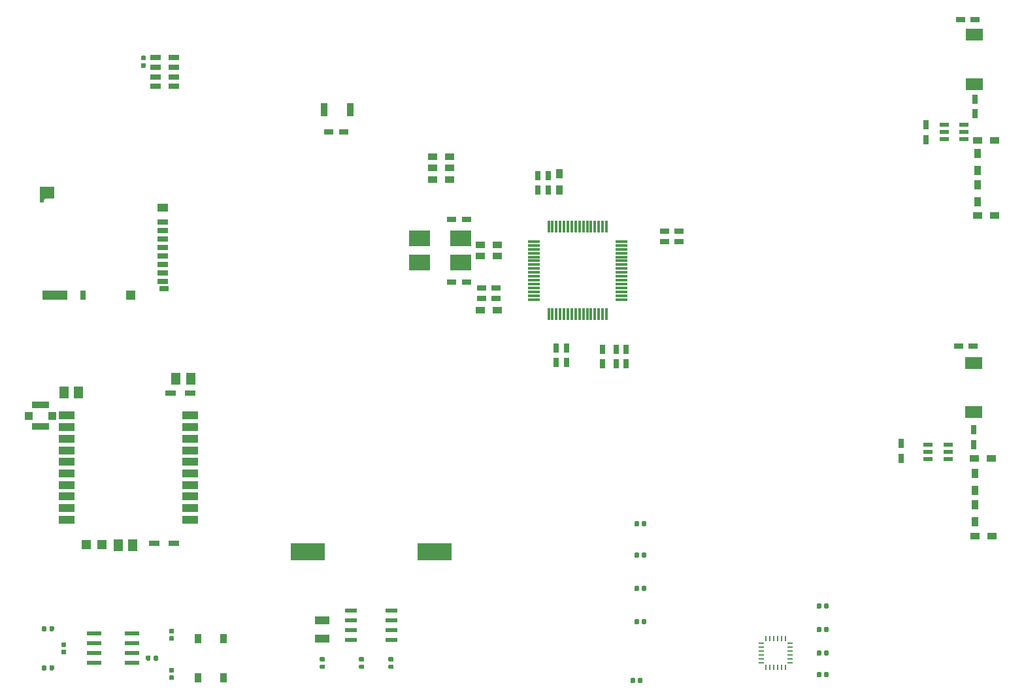
<source format=gbr>
G04 #@! TF.GenerationSoftware,KiCad,Pcbnew,5.0.1-33cea8e~68~ubuntu16.04.1*
G04 #@! TF.CreationDate,2018-10-22T20:49:09-07:00*
G04 #@! TF.ProjectId,STM32,53544D33322E6B696361645F70636200,rev?*
G04 #@! TF.SameCoordinates,Original*
G04 #@! TF.FileFunction,Paste,Top*
G04 #@! TF.FilePolarity,Positive*
%FSLAX46Y46*%
G04 Gerber Fmt 4.6, Leading zero omitted, Abs format (unit mm)*
G04 Created by KiCad (PCBNEW 5.0.1-33cea8e~68~ubuntu16.04.1) date Mon 22 Oct 2018 08:49:09 PM PDT*
%MOMM*%
%LPD*%
G01*
G04 APERTURE LIST*
%ADD10R,1.400000X0.700000*%
%ADD11R,1.900000X1.500000*%
%ADD12R,1.400000X1.000000*%
%ADD13R,1.200000X1.200000*%
%ADD14R,3.200000X1.200000*%
%ADD15R,1.200000X0.700000*%
%ADD16R,0.500000X0.500000*%
%ADD17R,0.800000X1.200000*%
%ADD18C,0.200000*%
%ADD19C,0.100000*%
%ADD20R,1.500000X0.300000*%
%ADD21R,0.300000X1.500000*%
%ADD22R,1.200000X0.900000*%
%ADD23R,1.200000X0.750000*%
%ADD24R,0.750000X1.200000*%
%ADD25R,0.900000X1.200000*%
%ADD26R,0.900000X1.700000*%
%ADD27R,2.700000X2.100000*%
%ADD28R,2.200000X1.500000*%
%ADD29R,1.270000X0.558800*%
%ADD30R,1.360000X0.650000*%
%ADD31C,0.590000*%
%ADD32R,1.650000X0.610000*%
%ADD33R,1.905000X1.092200*%
%ADD34R,4.500000X2.300000*%
%ADD35R,0.290000X0.700000*%
%ADD36R,0.700000X0.290000*%
%ADD37R,1.980000X0.530000*%
%ADD38R,2.000000X1.000000*%
%ADD39R,1.240000X1.500000*%
%ADD40R,1.350000X0.800000*%
%ADD41R,1.050000X1.000000*%
%ADD42R,2.200000X0.850000*%
G04 APERTURE END LIST*
D10*
G04 #@! TO.C,J2*
X97380440Y-67566760D03*
D11*
X82380440Y-63766760D03*
D12*
X97380440Y-65666760D03*
D13*
X93180440Y-77066760D03*
D14*
X83380440Y-77066760D03*
D15*
X97480440Y-76216760D03*
D10*
X97380440Y-68666760D03*
X97380440Y-69766760D03*
X97380440Y-70866760D03*
X97380440Y-71966760D03*
X97380440Y-73066760D03*
X97380440Y-74166760D03*
X97380440Y-75266760D03*
D16*
X81680440Y-64766760D03*
D17*
X86980440Y-77066760D03*
D18*
X81930440Y-64516760D03*
D19*
G36*
X81789019Y-64516760D02*
X81930440Y-64375339D01*
X82071861Y-64516760D01*
X81930440Y-64658181D01*
X81789019Y-64516760D01*
X81789019Y-64516760D01*
G37*
G04 #@! TD*
D20*
G04 #@! TO.C,U1*
X145426980Y-70092880D03*
X145426980Y-70592880D03*
X145426980Y-71092880D03*
X145426980Y-71592880D03*
X145426980Y-72092880D03*
X145426980Y-72592880D03*
X145426980Y-73092880D03*
X145426980Y-73592880D03*
X145426980Y-74092880D03*
X145426980Y-74592880D03*
X145426980Y-75092880D03*
X145426980Y-75592880D03*
X145426980Y-76092880D03*
X145426980Y-76592880D03*
X145426980Y-77092880D03*
X145426980Y-77592880D03*
D21*
X147346980Y-79512880D03*
X147846980Y-79512880D03*
X148346980Y-79512880D03*
X148846980Y-79512880D03*
X149346980Y-79512880D03*
X149846980Y-79512880D03*
X150346980Y-79512880D03*
X150846980Y-79512880D03*
X151346980Y-79512880D03*
X151846980Y-79512880D03*
X152346980Y-79512880D03*
X152846980Y-79512880D03*
X153346980Y-79512880D03*
X153846980Y-79512880D03*
X154346980Y-79512880D03*
X154846980Y-79512880D03*
D20*
X156766980Y-77592880D03*
X156766980Y-77092880D03*
X156766980Y-76592880D03*
X156766980Y-76092880D03*
X156766980Y-75592880D03*
X156766980Y-75092880D03*
X156766980Y-74592880D03*
X156766980Y-74092880D03*
X156766980Y-73592880D03*
X156766980Y-73092880D03*
X156766980Y-72592880D03*
X156766980Y-72092880D03*
X156766980Y-71592880D03*
X156766980Y-71092880D03*
X156766980Y-70592880D03*
X156766980Y-70092880D03*
D21*
X154846980Y-68172880D03*
X154346980Y-68172880D03*
X153846980Y-68172880D03*
X153346980Y-68172880D03*
X152846980Y-68172880D03*
X152346980Y-68172880D03*
X151846980Y-68172880D03*
X151346980Y-68172880D03*
X150846980Y-68172880D03*
X150346980Y-68172880D03*
X149846980Y-68172880D03*
X149346980Y-68172880D03*
X148846980Y-68172880D03*
X148346980Y-68172880D03*
X147846980Y-68172880D03*
X147346980Y-68172880D03*
G04 #@! TD*
D22*
G04 #@! TO.C,0k1*
X140723800Y-70525640D03*
X138523800Y-70525640D03*
G04 #@! TD*
G04 #@! TO.C,0k2*
X140733960Y-71953120D03*
X138533960Y-71953120D03*
G04 #@! TD*
D23*
G04 #@! TO.C,1uF1*
X138648400Y-77459840D03*
X140548400Y-77459840D03*
G04 #@! TD*
D24*
G04 #@! TO.C,1uF2*
X147304760Y-61549240D03*
X147304760Y-63449240D03*
G04 #@! TD*
G04 #@! TO.C,1uF3*
X148336000Y-85770800D03*
X148336000Y-83870800D03*
G04 #@! TD*
G04 #@! TO.C,1uF4*
X156077920Y-85953640D03*
X156077920Y-84053640D03*
G04 #@! TD*
D23*
G04 #@! TO.C,1uF5*
X164256760Y-68717160D03*
X162356760Y-68717160D03*
G04 #@! TD*
D24*
G04 #@! TO.C,4.7uF1*
X154340560Y-85958760D03*
X154340560Y-84058760D03*
G04 #@! TD*
D22*
G04 #@! TO.C,10k1*
X134485560Y-62016640D03*
X132285560Y-62016640D03*
G04 #@! TD*
G04 #@! TO.C,10k2*
X134485560Y-59115960D03*
X132285560Y-59115960D03*
G04 #@! TD*
G04 #@! TO.C,10k3*
X134485560Y-60558680D03*
X132285560Y-60558680D03*
G04 #@! TD*
D25*
G04 #@! TO.C,10k4*
X148722080Y-63449200D03*
X148722080Y-61249200D03*
G04 #@! TD*
D23*
G04 #@! TO.C,10nF1*
X138650940Y-76116180D03*
X140550940Y-76116180D03*
G04 #@! TD*
D22*
G04 #@! TO.C,22uH1*
X140718720Y-78958440D03*
X138518720Y-78958440D03*
G04 #@! TD*
D23*
G04 #@! TO.C,100nF1*
X120777000Y-55864760D03*
X118877000Y-55864760D03*
G04 #@! TD*
D24*
G04 #@! TO.C,100nF2*
X145948400Y-61549240D03*
X145948400Y-63449240D03*
G04 #@! TD*
G04 #@! TO.C,100nF3*
X149687280Y-85770800D03*
X149687280Y-83870800D03*
G04 #@! TD*
G04 #@! TO.C,100nF4*
X157403800Y-85953600D03*
X157403800Y-84053600D03*
G04 #@! TD*
D23*
G04 #@! TO.C,100nF5*
X164251680Y-70078600D03*
X162351680Y-70078600D03*
G04 #@! TD*
G04 #@! TO.C,C1*
X136713000Y-67238880D03*
X134813000Y-67238880D03*
G04 #@! TD*
G04 #@! TO.C,C2*
X136707920Y-75311000D03*
X134807920Y-75311000D03*
G04 #@! TD*
D26*
G04 #@! TO.C,SW1*
X118248960Y-53030120D03*
X121648960Y-53030120D03*
G04 #@! TD*
D27*
G04 #@! TO.C,Y1*
X135944120Y-69686840D03*
X130644120Y-69686840D03*
X130644120Y-72786840D03*
X135944120Y-72786840D03*
G04 #@! TD*
D24*
G04 #@! TO.C,C16*
X196275000Y-56875000D03*
X196275000Y-54975000D03*
G04 #@! TD*
G04 #@! TO.C,C17*
X202550000Y-51625000D03*
X202550000Y-53525000D03*
G04 #@! TD*
D23*
G04 #@! TO.C,C18*
X202625000Y-41300000D03*
X200725000Y-41300000D03*
G04 #@! TD*
D24*
G04 #@! TO.C,C19*
X193059080Y-98197980D03*
X193059080Y-96297980D03*
G04 #@! TD*
G04 #@! TO.C,C20*
X202396120Y-94492080D03*
X202396120Y-96392080D03*
G04 #@! TD*
D23*
G04 #@! TO.C,C21*
X202365720Y-83603100D03*
X200465720Y-83603100D03*
G04 #@! TD*
D28*
G04 #@! TO.C,L2*
X202523400Y-43274600D03*
X202523400Y-49674600D03*
G04 #@! TD*
G04 #@! TO.C,L3*
X202383420Y-85831080D03*
X202383420Y-92231080D03*
G04 #@! TD*
D22*
G04 #@! TO.C,R5*
X205150000Y-57000000D03*
X202950000Y-57000000D03*
G04 #@! TD*
D25*
G04 #@! TO.C,R6*
X202952260Y-58647680D03*
X202952260Y-60847680D03*
G04 #@! TD*
D22*
G04 #@! TO.C,R7*
X204727840Y-98213180D03*
X202527840Y-98213180D03*
G04 #@! TD*
D25*
G04 #@! TO.C,R8*
X202558680Y-100140860D03*
X202558680Y-102340860D03*
G04 #@! TD*
D29*
G04 #@! TO.C,U3*
X196500780Y-96404700D03*
X196500780Y-97344500D03*
X196500780Y-98284300D03*
X199091580Y-98284300D03*
X199091580Y-97344500D03*
X199091580Y-96404700D03*
G04 #@! TD*
G04 #@! TO.C,U2*
X198579600Y-54960200D03*
X198579600Y-55900000D03*
X198579600Y-56839800D03*
X201170400Y-56839800D03*
X201170400Y-55900000D03*
X201170400Y-54960200D03*
G04 #@! TD*
D25*
G04 #@! TO.C,D4*
X202563760Y-106425180D03*
X202563760Y-104225180D03*
G04 #@! TD*
G04 #@! TO.C,D5*
X202964960Y-64960120D03*
X202964960Y-62760120D03*
G04 #@! TD*
D22*
G04 #@! TO.C,R9*
X204761040Y-108286820D03*
X202561040Y-108286820D03*
G04 #@! TD*
G04 #@! TO.C,R10*
X205167500Y-66684600D03*
X202967500Y-66684600D03*
G04 #@! TD*
D30*
G04 #@! TO.C,U1*
X96454900Y-46234240D03*
X98804900Y-46234240D03*
X96454900Y-47484240D03*
X96454900Y-48734240D03*
X96454900Y-49984240D03*
X98804900Y-49984240D03*
X98804900Y-48734240D03*
X98804900Y-47484240D03*
G04 #@! TD*
D19*
G04 #@! TO.C,C1*
G36*
X95021858Y-45999950D02*
X95036176Y-46002074D01*
X95050217Y-46005591D01*
X95063846Y-46010468D01*
X95076931Y-46016657D01*
X95089347Y-46024098D01*
X95100973Y-46032721D01*
X95111698Y-46042442D01*
X95121419Y-46053167D01*
X95130042Y-46064793D01*
X95137483Y-46077209D01*
X95143672Y-46090294D01*
X95148549Y-46103923D01*
X95152066Y-46117964D01*
X95154190Y-46132282D01*
X95154900Y-46146740D01*
X95154900Y-46441740D01*
X95154190Y-46456198D01*
X95152066Y-46470516D01*
X95148549Y-46484557D01*
X95143672Y-46498186D01*
X95137483Y-46511271D01*
X95130042Y-46523687D01*
X95121419Y-46535313D01*
X95111698Y-46546038D01*
X95100973Y-46555759D01*
X95089347Y-46564382D01*
X95076931Y-46571823D01*
X95063846Y-46578012D01*
X95050217Y-46582889D01*
X95036176Y-46586406D01*
X95021858Y-46588530D01*
X95007400Y-46589240D01*
X94662400Y-46589240D01*
X94647942Y-46588530D01*
X94633624Y-46586406D01*
X94619583Y-46582889D01*
X94605954Y-46578012D01*
X94592869Y-46571823D01*
X94580453Y-46564382D01*
X94568827Y-46555759D01*
X94558102Y-46546038D01*
X94548381Y-46535313D01*
X94539758Y-46523687D01*
X94532317Y-46511271D01*
X94526128Y-46498186D01*
X94521251Y-46484557D01*
X94517734Y-46470516D01*
X94515610Y-46456198D01*
X94514900Y-46441740D01*
X94514900Y-46146740D01*
X94515610Y-46132282D01*
X94517734Y-46117964D01*
X94521251Y-46103923D01*
X94526128Y-46090294D01*
X94532317Y-46077209D01*
X94539758Y-46064793D01*
X94548381Y-46053167D01*
X94558102Y-46042442D01*
X94568827Y-46032721D01*
X94580453Y-46024098D01*
X94592869Y-46016657D01*
X94605954Y-46010468D01*
X94619583Y-46005591D01*
X94633624Y-46002074D01*
X94647942Y-45999950D01*
X94662400Y-45999240D01*
X95007400Y-45999240D01*
X95021858Y-45999950D01*
X95021858Y-45999950D01*
G37*
D31*
X94834900Y-46294240D03*
D19*
G36*
X95021858Y-46969950D02*
X95036176Y-46972074D01*
X95050217Y-46975591D01*
X95063846Y-46980468D01*
X95076931Y-46986657D01*
X95089347Y-46994098D01*
X95100973Y-47002721D01*
X95111698Y-47012442D01*
X95121419Y-47023167D01*
X95130042Y-47034793D01*
X95137483Y-47047209D01*
X95143672Y-47060294D01*
X95148549Y-47073923D01*
X95152066Y-47087964D01*
X95154190Y-47102282D01*
X95154900Y-47116740D01*
X95154900Y-47411740D01*
X95154190Y-47426198D01*
X95152066Y-47440516D01*
X95148549Y-47454557D01*
X95143672Y-47468186D01*
X95137483Y-47481271D01*
X95130042Y-47493687D01*
X95121419Y-47505313D01*
X95111698Y-47516038D01*
X95100973Y-47525759D01*
X95089347Y-47534382D01*
X95076931Y-47541823D01*
X95063846Y-47548012D01*
X95050217Y-47552889D01*
X95036176Y-47556406D01*
X95021858Y-47558530D01*
X95007400Y-47559240D01*
X94662400Y-47559240D01*
X94647942Y-47558530D01*
X94633624Y-47556406D01*
X94619583Y-47552889D01*
X94605954Y-47548012D01*
X94592869Y-47541823D01*
X94580453Y-47534382D01*
X94568827Y-47525759D01*
X94558102Y-47516038D01*
X94548381Y-47505313D01*
X94539758Y-47493687D01*
X94532317Y-47481271D01*
X94526128Y-47468186D01*
X94521251Y-47454557D01*
X94517734Y-47440516D01*
X94515610Y-47426198D01*
X94514900Y-47411740D01*
X94514900Y-47116740D01*
X94515610Y-47102282D01*
X94517734Y-47087964D01*
X94521251Y-47073923D01*
X94526128Y-47060294D01*
X94532317Y-47047209D01*
X94539758Y-47034793D01*
X94548381Y-47023167D01*
X94558102Y-47012442D01*
X94568827Y-47002721D01*
X94580453Y-46994098D01*
X94592869Y-46986657D01*
X94605954Y-46980468D01*
X94619583Y-46975591D01*
X94633624Y-46972074D01*
X94647942Y-46969950D01*
X94662400Y-46969240D01*
X95007400Y-46969240D01*
X95021858Y-46969950D01*
X95021858Y-46969950D01*
G37*
D31*
X94834900Y-47264240D03*
G04 #@! TD*
D32*
G04 #@! TO.C,IC1*
X127005080Y-117894560D03*
X127005080Y-119164560D03*
X127005080Y-120434560D03*
X127005080Y-121704560D03*
X121745080Y-121704560D03*
X121745080Y-120434560D03*
X121745080Y-119164560D03*
X121745080Y-117894560D03*
G04 #@! TD*
D19*
G04 #@! TO.C,C1*
G36*
X118212038Y-123950270D02*
X118226356Y-123952394D01*
X118240397Y-123955911D01*
X118254026Y-123960788D01*
X118267111Y-123966977D01*
X118279527Y-123974418D01*
X118291153Y-123983041D01*
X118301878Y-123992762D01*
X118311599Y-124003487D01*
X118320222Y-124015113D01*
X118327663Y-124027529D01*
X118333852Y-124040614D01*
X118338729Y-124054243D01*
X118342246Y-124068284D01*
X118344370Y-124082602D01*
X118345080Y-124097060D01*
X118345080Y-124392060D01*
X118344370Y-124406518D01*
X118342246Y-124420836D01*
X118338729Y-124434877D01*
X118333852Y-124448506D01*
X118327663Y-124461591D01*
X118320222Y-124474007D01*
X118311599Y-124485633D01*
X118301878Y-124496358D01*
X118291153Y-124506079D01*
X118279527Y-124514702D01*
X118267111Y-124522143D01*
X118254026Y-124528332D01*
X118240397Y-124533209D01*
X118226356Y-124536726D01*
X118212038Y-124538850D01*
X118197580Y-124539560D01*
X117852580Y-124539560D01*
X117838122Y-124538850D01*
X117823804Y-124536726D01*
X117809763Y-124533209D01*
X117796134Y-124528332D01*
X117783049Y-124522143D01*
X117770633Y-124514702D01*
X117759007Y-124506079D01*
X117748282Y-124496358D01*
X117738561Y-124485633D01*
X117729938Y-124474007D01*
X117722497Y-124461591D01*
X117716308Y-124448506D01*
X117711431Y-124434877D01*
X117707914Y-124420836D01*
X117705790Y-124406518D01*
X117705080Y-124392060D01*
X117705080Y-124097060D01*
X117705790Y-124082602D01*
X117707914Y-124068284D01*
X117711431Y-124054243D01*
X117716308Y-124040614D01*
X117722497Y-124027529D01*
X117729938Y-124015113D01*
X117738561Y-124003487D01*
X117748282Y-123992762D01*
X117759007Y-123983041D01*
X117770633Y-123974418D01*
X117783049Y-123966977D01*
X117796134Y-123960788D01*
X117809763Y-123955911D01*
X117823804Y-123952394D01*
X117838122Y-123950270D01*
X117852580Y-123949560D01*
X118197580Y-123949560D01*
X118212038Y-123950270D01*
X118212038Y-123950270D01*
G37*
D31*
X118025080Y-124244560D03*
D19*
G36*
X118212038Y-124920270D02*
X118226356Y-124922394D01*
X118240397Y-124925911D01*
X118254026Y-124930788D01*
X118267111Y-124936977D01*
X118279527Y-124944418D01*
X118291153Y-124953041D01*
X118301878Y-124962762D01*
X118311599Y-124973487D01*
X118320222Y-124985113D01*
X118327663Y-124997529D01*
X118333852Y-125010614D01*
X118338729Y-125024243D01*
X118342246Y-125038284D01*
X118344370Y-125052602D01*
X118345080Y-125067060D01*
X118345080Y-125362060D01*
X118344370Y-125376518D01*
X118342246Y-125390836D01*
X118338729Y-125404877D01*
X118333852Y-125418506D01*
X118327663Y-125431591D01*
X118320222Y-125444007D01*
X118311599Y-125455633D01*
X118301878Y-125466358D01*
X118291153Y-125476079D01*
X118279527Y-125484702D01*
X118267111Y-125492143D01*
X118254026Y-125498332D01*
X118240397Y-125503209D01*
X118226356Y-125506726D01*
X118212038Y-125508850D01*
X118197580Y-125509560D01*
X117852580Y-125509560D01*
X117838122Y-125508850D01*
X117823804Y-125506726D01*
X117809763Y-125503209D01*
X117796134Y-125498332D01*
X117783049Y-125492143D01*
X117770633Y-125484702D01*
X117759007Y-125476079D01*
X117748282Y-125466358D01*
X117738561Y-125455633D01*
X117729938Y-125444007D01*
X117722497Y-125431591D01*
X117716308Y-125418506D01*
X117711431Y-125404877D01*
X117707914Y-125390836D01*
X117705790Y-125376518D01*
X117705080Y-125362060D01*
X117705080Y-125067060D01*
X117705790Y-125052602D01*
X117707914Y-125038284D01*
X117711431Y-125024243D01*
X117716308Y-125010614D01*
X117722497Y-124997529D01*
X117729938Y-124985113D01*
X117738561Y-124973487D01*
X117748282Y-124962762D01*
X117759007Y-124953041D01*
X117770633Y-124944418D01*
X117783049Y-124936977D01*
X117796134Y-124930788D01*
X117809763Y-124925911D01*
X117823804Y-124922394D01*
X117838122Y-124920270D01*
X117852580Y-124919560D01*
X118197580Y-124919560D01*
X118212038Y-124920270D01*
X118212038Y-124920270D01*
G37*
D31*
X118025080Y-125214560D03*
G04 #@! TD*
D19*
G04 #@! TO.C,C2*
G36*
X123292038Y-124920270D02*
X123306356Y-124922394D01*
X123320397Y-124925911D01*
X123334026Y-124930788D01*
X123347111Y-124936977D01*
X123359527Y-124944418D01*
X123371153Y-124953041D01*
X123381878Y-124962762D01*
X123391599Y-124973487D01*
X123400222Y-124985113D01*
X123407663Y-124997529D01*
X123413852Y-125010614D01*
X123418729Y-125024243D01*
X123422246Y-125038284D01*
X123424370Y-125052602D01*
X123425080Y-125067060D01*
X123425080Y-125362060D01*
X123424370Y-125376518D01*
X123422246Y-125390836D01*
X123418729Y-125404877D01*
X123413852Y-125418506D01*
X123407663Y-125431591D01*
X123400222Y-125444007D01*
X123391599Y-125455633D01*
X123381878Y-125466358D01*
X123371153Y-125476079D01*
X123359527Y-125484702D01*
X123347111Y-125492143D01*
X123334026Y-125498332D01*
X123320397Y-125503209D01*
X123306356Y-125506726D01*
X123292038Y-125508850D01*
X123277580Y-125509560D01*
X122932580Y-125509560D01*
X122918122Y-125508850D01*
X122903804Y-125506726D01*
X122889763Y-125503209D01*
X122876134Y-125498332D01*
X122863049Y-125492143D01*
X122850633Y-125484702D01*
X122839007Y-125476079D01*
X122828282Y-125466358D01*
X122818561Y-125455633D01*
X122809938Y-125444007D01*
X122802497Y-125431591D01*
X122796308Y-125418506D01*
X122791431Y-125404877D01*
X122787914Y-125390836D01*
X122785790Y-125376518D01*
X122785080Y-125362060D01*
X122785080Y-125067060D01*
X122785790Y-125052602D01*
X122787914Y-125038284D01*
X122791431Y-125024243D01*
X122796308Y-125010614D01*
X122802497Y-124997529D01*
X122809938Y-124985113D01*
X122818561Y-124973487D01*
X122828282Y-124962762D01*
X122839007Y-124953041D01*
X122850633Y-124944418D01*
X122863049Y-124936977D01*
X122876134Y-124930788D01*
X122889763Y-124925911D01*
X122903804Y-124922394D01*
X122918122Y-124920270D01*
X122932580Y-124919560D01*
X123277580Y-124919560D01*
X123292038Y-124920270D01*
X123292038Y-124920270D01*
G37*
D31*
X123105080Y-125214560D03*
D19*
G36*
X123292038Y-123950270D02*
X123306356Y-123952394D01*
X123320397Y-123955911D01*
X123334026Y-123960788D01*
X123347111Y-123966977D01*
X123359527Y-123974418D01*
X123371153Y-123983041D01*
X123381878Y-123992762D01*
X123391599Y-124003487D01*
X123400222Y-124015113D01*
X123407663Y-124027529D01*
X123413852Y-124040614D01*
X123418729Y-124054243D01*
X123422246Y-124068284D01*
X123424370Y-124082602D01*
X123425080Y-124097060D01*
X123425080Y-124392060D01*
X123424370Y-124406518D01*
X123422246Y-124420836D01*
X123418729Y-124434877D01*
X123413852Y-124448506D01*
X123407663Y-124461591D01*
X123400222Y-124474007D01*
X123391599Y-124485633D01*
X123381878Y-124496358D01*
X123371153Y-124506079D01*
X123359527Y-124514702D01*
X123347111Y-124522143D01*
X123334026Y-124528332D01*
X123320397Y-124533209D01*
X123306356Y-124536726D01*
X123292038Y-124538850D01*
X123277580Y-124539560D01*
X122932580Y-124539560D01*
X122918122Y-124538850D01*
X122903804Y-124536726D01*
X122889763Y-124533209D01*
X122876134Y-124528332D01*
X122863049Y-124522143D01*
X122850633Y-124514702D01*
X122839007Y-124506079D01*
X122828282Y-124496358D01*
X122818561Y-124485633D01*
X122809938Y-124474007D01*
X122802497Y-124461591D01*
X122796308Y-124448506D01*
X122791431Y-124434877D01*
X122787914Y-124420836D01*
X122785790Y-124406518D01*
X122785080Y-124392060D01*
X122785080Y-124097060D01*
X122785790Y-124082602D01*
X122787914Y-124068284D01*
X122791431Y-124054243D01*
X122796308Y-124040614D01*
X122802497Y-124027529D01*
X122809938Y-124015113D01*
X122818561Y-124003487D01*
X122828282Y-123992762D01*
X122839007Y-123983041D01*
X122850633Y-123974418D01*
X122863049Y-123966977D01*
X122876134Y-123960788D01*
X122889763Y-123955911D01*
X122903804Y-123952394D01*
X122918122Y-123950270D01*
X122932580Y-123949560D01*
X123277580Y-123949560D01*
X123292038Y-123950270D01*
X123292038Y-123950270D01*
G37*
D31*
X123105080Y-124244560D03*
G04 #@! TD*
D33*
G04 #@! TO.C,Q1*
X118025080Y-121602960D03*
X118025080Y-119164560D03*
G04 #@! TD*
D19*
G04 #@! TO.C,R3*
G36*
X127102038Y-123950270D02*
X127116356Y-123952394D01*
X127130397Y-123955911D01*
X127144026Y-123960788D01*
X127157111Y-123966977D01*
X127169527Y-123974418D01*
X127181153Y-123983041D01*
X127191878Y-123992762D01*
X127201599Y-124003487D01*
X127210222Y-124015113D01*
X127217663Y-124027529D01*
X127223852Y-124040614D01*
X127228729Y-124054243D01*
X127232246Y-124068284D01*
X127234370Y-124082602D01*
X127235080Y-124097060D01*
X127235080Y-124392060D01*
X127234370Y-124406518D01*
X127232246Y-124420836D01*
X127228729Y-124434877D01*
X127223852Y-124448506D01*
X127217663Y-124461591D01*
X127210222Y-124474007D01*
X127201599Y-124485633D01*
X127191878Y-124496358D01*
X127181153Y-124506079D01*
X127169527Y-124514702D01*
X127157111Y-124522143D01*
X127144026Y-124528332D01*
X127130397Y-124533209D01*
X127116356Y-124536726D01*
X127102038Y-124538850D01*
X127087580Y-124539560D01*
X126742580Y-124539560D01*
X126728122Y-124538850D01*
X126713804Y-124536726D01*
X126699763Y-124533209D01*
X126686134Y-124528332D01*
X126673049Y-124522143D01*
X126660633Y-124514702D01*
X126649007Y-124506079D01*
X126638282Y-124496358D01*
X126628561Y-124485633D01*
X126619938Y-124474007D01*
X126612497Y-124461591D01*
X126606308Y-124448506D01*
X126601431Y-124434877D01*
X126597914Y-124420836D01*
X126595790Y-124406518D01*
X126595080Y-124392060D01*
X126595080Y-124097060D01*
X126595790Y-124082602D01*
X126597914Y-124068284D01*
X126601431Y-124054243D01*
X126606308Y-124040614D01*
X126612497Y-124027529D01*
X126619938Y-124015113D01*
X126628561Y-124003487D01*
X126638282Y-123992762D01*
X126649007Y-123983041D01*
X126660633Y-123974418D01*
X126673049Y-123966977D01*
X126686134Y-123960788D01*
X126699763Y-123955911D01*
X126713804Y-123952394D01*
X126728122Y-123950270D01*
X126742580Y-123949560D01*
X127087580Y-123949560D01*
X127102038Y-123950270D01*
X127102038Y-123950270D01*
G37*
D31*
X126915080Y-124244560D03*
D19*
G36*
X127102038Y-124920270D02*
X127116356Y-124922394D01*
X127130397Y-124925911D01*
X127144026Y-124930788D01*
X127157111Y-124936977D01*
X127169527Y-124944418D01*
X127181153Y-124953041D01*
X127191878Y-124962762D01*
X127201599Y-124973487D01*
X127210222Y-124985113D01*
X127217663Y-124997529D01*
X127223852Y-125010614D01*
X127228729Y-125024243D01*
X127232246Y-125038284D01*
X127234370Y-125052602D01*
X127235080Y-125067060D01*
X127235080Y-125362060D01*
X127234370Y-125376518D01*
X127232246Y-125390836D01*
X127228729Y-125404877D01*
X127223852Y-125418506D01*
X127217663Y-125431591D01*
X127210222Y-125444007D01*
X127201599Y-125455633D01*
X127191878Y-125466358D01*
X127181153Y-125476079D01*
X127169527Y-125484702D01*
X127157111Y-125492143D01*
X127144026Y-125498332D01*
X127130397Y-125503209D01*
X127116356Y-125506726D01*
X127102038Y-125508850D01*
X127087580Y-125509560D01*
X126742580Y-125509560D01*
X126728122Y-125508850D01*
X126713804Y-125506726D01*
X126699763Y-125503209D01*
X126686134Y-125498332D01*
X126673049Y-125492143D01*
X126660633Y-125484702D01*
X126649007Y-125476079D01*
X126638282Y-125466358D01*
X126628561Y-125455633D01*
X126619938Y-125444007D01*
X126612497Y-125431591D01*
X126606308Y-125418506D01*
X126601431Y-125404877D01*
X126597914Y-125390836D01*
X126595790Y-125376518D01*
X126595080Y-125362060D01*
X126595080Y-125067060D01*
X126595790Y-125052602D01*
X126597914Y-125038284D01*
X126601431Y-125024243D01*
X126606308Y-125010614D01*
X126612497Y-124997529D01*
X126619938Y-124985113D01*
X126628561Y-124973487D01*
X126638282Y-124962762D01*
X126649007Y-124953041D01*
X126660633Y-124944418D01*
X126673049Y-124936977D01*
X126686134Y-124930788D01*
X126699763Y-124925911D01*
X126713804Y-124922394D01*
X126728122Y-124920270D01*
X126742580Y-124919560D01*
X127087580Y-124919560D01*
X127102038Y-124920270D01*
X127102038Y-124920270D01*
G37*
D31*
X126915080Y-125214560D03*
G04 #@! TD*
D34*
G04 #@! TO.C,B1*
X132575080Y-110274560D03*
X116175080Y-110274560D03*
G04 #@! TD*
D19*
G04 #@! TO.C,C1*
G36*
X182531258Y-117028870D02*
X182545576Y-117030994D01*
X182559617Y-117034511D01*
X182573246Y-117039388D01*
X182586331Y-117045577D01*
X182598747Y-117053018D01*
X182610373Y-117061641D01*
X182621098Y-117071362D01*
X182630819Y-117082087D01*
X182639442Y-117093713D01*
X182646883Y-117106129D01*
X182653072Y-117119214D01*
X182657949Y-117132843D01*
X182661466Y-117146884D01*
X182663590Y-117161202D01*
X182664300Y-117175660D01*
X182664300Y-117520660D01*
X182663590Y-117535118D01*
X182661466Y-117549436D01*
X182657949Y-117563477D01*
X182653072Y-117577106D01*
X182646883Y-117590191D01*
X182639442Y-117602607D01*
X182630819Y-117614233D01*
X182621098Y-117624958D01*
X182610373Y-117634679D01*
X182598747Y-117643302D01*
X182586331Y-117650743D01*
X182573246Y-117656932D01*
X182559617Y-117661809D01*
X182545576Y-117665326D01*
X182531258Y-117667450D01*
X182516800Y-117668160D01*
X182221800Y-117668160D01*
X182207342Y-117667450D01*
X182193024Y-117665326D01*
X182178983Y-117661809D01*
X182165354Y-117656932D01*
X182152269Y-117650743D01*
X182139853Y-117643302D01*
X182128227Y-117634679D01*
X182117502Y-117624958D01*
X182107781Y-117614233D01*
X182099158Y-117602607D01*
X182091717Y-117590191D01*
X182085528Y-117577106D01*
X182080651Y-117563477D01*
X182077134Y-117549436D01*
X182075010Y-117535118D01*
X182074300Y-117520660D01*
X182074300Y-117175660D01*
X182075010Y-117161202D01*
X182077134Y-117146884D01*
X182080651Y-117132843D01*
X182085528Y-117119214D01*
X182091717Y-117106129D01*
X182099158Y-117093713D01*
X182107781Y-117082087D01*
X182117502Y-117071362D01*
X182128227Y-117061641D01*
X182139853Y-117053018D01*
X182152269Y-117045577D01*
X182165354Y-117039388D01*
X182178983Y-117034511D01*
X182193024Y-117030994D01*
X182207342Y-117028870D01*
X182221800Y-117028160D01*
X182516800Y-117028160D01*
X182531258Y-117028870D01*
X182531258Y-117028870D01*
G37*
D31*
X182369300Y-117348160D03*
D19*
G36*
X183501258Y-117028870D02*
X183515576Y-117030994D01*
X183529617Y-117034511D01*
X183543246Y-117039388D01*
X183556331Y-117045577D01*
X183568747Y-117053018D01*
X183580373Y-117061641D01*
X183591098Y-117071362D01*
X183600819Y-117082087D01*
X183609442Y-117093713D01*
X183616883Y-117106129D01*
X183623072Y-117119214D01*
X183627949Y-117132843D01*
X183631466Y-117146884D01*
X183633590Y-117161202D01*
X183634300Y-117175660D01*
X183634300Y-117520660D01*
X183633590Y-117535118D01*
X183631466Y-117549436D01*
X183627949Y-117563477D01*
X183623072Y-117577106D01*
X183616883Y-117590191D01*
X183609442Y-117602607D01*
X183600819Y-117614233D01*
X183591098Y-117624958D01*
X183580373Y-117634679D01*
X183568747Y-117643302D01*
X183556331Y-117650743D01*
X183543246Y-117656932D01*
X183529617Y-117661809D01*
X183515576Y-117665326D01*
X183501258Y-117667450D01*
X183486800Y-117668160D01*
X183191800Y-117668160D01*
X183177342Y-117667450D01*
X183163024Y-117665326D01*
X183148983Y-117661809D01*
X183135354Y-117656932D01*
X183122269Y-117650743D01*
X183109853Y-117643302D01*
X183098227Y-117634679D01*
X183087502Y-117624958D01*
X183077781Y-117614233D01*
X183069158Y-117602607D01*
X183061717Y-117590191D01*
X183055528Y-117577106D01*
X183050651Y-117563477D01*
X183047134Y-117549436D01*
X183045010Y-117535118D01*
X183044300Y-117520660D01*
X183044300Y-117175660D01*
X183045010Y-117161202D01*
X183047134Y-117146884D01*
X183050651Y-117132843D01*
X183055528Y-117119214D01*
X183061717Y-117106129D01*
X183069158Y-117093713D01*
X183077781Y-117082087D01*
X183087502Y-117071362D01*
X183098227Y-117061641D01*
X183109853Y-117053018D01*
X183122269Y-117045577D01*
X183135354Y-117039388D01*
X183148983Y-117034511D01*
X183163024Y-117030994D01*
X183177342Y-117028870D01*
X183191800Y-117028160D01*
X183486800Y-117028160D01*
X183501258Y-117028870D01*
X183501258Y-117028870D01*
G37*
D31*
X183339300Y-117348160D03*
G04 #@! TD*
D19*
G04 #@! TO.C,C2*
G36*
X183501258Y-120076870D02*
X183515576Y-120078994D01*
X183529617Y-120082511D01*
X183543246Y-120087388D01*
X183556331Y-120093577D01*
X183568747Y-120101018D01*
X183580373Y-120109641D01*
X183591098Y-120119362D01*
X183600819Y-120130087D01*
X183609442Y-120141713D01*
X183616883Y-120154129D01*
X183623072Y-120167214D01*
X183627949Y-120180843D01*
X183631466Y-120194884D01*
X183633590Y-120209202D01*
X183634300Y-120223660D01*
X183634300Y-120568660D01*
X183633590Y-120583118D01*
X183631466Y-120597436D01*
X183627949Y-120611477D01*
X183623072Y-120625106D01*
X183616883Y-120638191D01*
X183609442Y-120650607D01*
X183600819Y-120662233D01*
X183591098Y-120672958D01*
X183580373Y-120682679D01*
X183568747Y-120691302D01*
X183556331Y-120698743D01*
X183543246Y-120704932D01*
X183529617Y-120709809D01*
X183515576Y-120713326D01*
X183501258Y-120715450D01*
X183486800Y-120716160D01*
X183191800Y-120716160D01*
X183177342Y-120715450D01*
X183163024Y-120713326D01*
X183148983Y-120709809D01*
X183135354Y-120704932D01*
X183122269Y-120698743D01*
X183109853Y-120691302D01*
X183098227Y-120682679D01*
X183087502Y-120672958D01*
X183077781Y-120662233D01*
X183069158Y-120650607D01*
X183061717Y-120638191D01*
X183055528Y-120625106D01*
X183050651Y-120611477D01*
X183047134Y-120597436D01*
X183045010Y-120583118D01*
X183044300Y-120568660D01*
X183044300Y-120223660D01*
X183045010Y-120209202D01*
X183047134Y-120194884D01*
X183050651Y-120180843D01*
X183055528Y-120167214D01*
X183061717Y-120154129D01*
X183069158Y-120141713D01*
X183077781Y-120130087D01*
X183087502Y-120119362D01*
X183098227Y-120109641D01*
X183109853Y-120101018D01*
X183122269Y-120093577D01*
X183135354Y-120087388D01*
X183148983Y-120082511D01*
X183163024Y-120078994D01*
X183177342Y-120076870D01*
X183191800Y-120076160D01*
X183486800Y-120076160D01*
X183501258Y-120076870D01*
X183501258Y-120076870D01*
G37*
D31*
X183339300Y-120396160D03*
D19*
G36*
X182531258Y-120076870D02*
X182545576Y-120078994D01*
X182559617Y-120082511D01*
X182573246Y-120087388D01*
X182586331Y-120093577D01*
X182598747Y-120101018D01*
X182610373Y-120109641D01*
X182621098Y-120119362D01*
X182630819Y-120130087D01*
X182639442Y-120141713D01*
X182646883Y-120154129D01*
X182653072Y-120167214D01*
X182657949Y-120180843D01*
X182661466Y-120194884D01*
X182663590Y-120209202D01*
X182664300Y-120223660D01*
X182664300Y-120568660D01*
X182663590Y-120583118D01*
X182661466Y-120597436D01*
X182657949Y-120611477D01*
X182653072Y-120625106D01*
X182646883Y-120638191D01*
X182639442Y-120650607D01*
X182630819Y-120662233D01*
X182621098Y-120672958D01*
X182610373Y-120682679D01*
X182598747Y-120691302D01*
X182586331Y-120698743D01*
X182573246Y-120704932D01*
X182559617Y-120709809D01*
X182545576Y-120713326D01*
X182531258Y-120715450D01*
X182516800Y-120716160D01*
X182221800Y-120716160D01*
X182207342Y-120715450D01*
X182193024Y-120713326D01*
X182178983Y-120709809D01*
X182165354Y-120704932D01*
X182152269Y-120698743D01*
X182139853Y-120691302D01*
X182128227Y-120682679D01*
X182117502Y-120672958D01*
X182107781Y-120662233D01*
X182099158Y-120650607D01*
X182091717Y-120638191D01*
X182085528Y-120625106D01*
X182080651Y-120611477D01*
X182077134Y-120597436D01*
X182075010Y-120583118D01*
X182074300Y-120568660D01*
X182074300Y-120223660D01*
X182075010Y-120209202D01*
X182077134Y-120194884D01*
X182080651Y-120180843D01*
X182085528Y-120167214D01*
X182091717Y-120154129D01*
X182099158Y-120141713D01*
X182107781Y-120130087D01*
X182117502Y-120119362D01*
X182128227Y-120109641D01*
X182139853Y-120101018D01*
X182152269Y-120093577D01*
X182165354Y-120087388D01*
X182178983Y-120082511D01*
X182193024Y-120078994D01*
X182207342Y-120076870D01*
X182221800Y-120076160D01*
X182516800Y-120076160D01*
X182531258Y-120076870D01*
X182531258Y-120076870D01*
G37*
D31*
X182369300Y-120396160D03*
G04 #@! TD*
D19*
G04 #@! TO.C,C3*
G36*
X158401258Y-126680870D02*
X158415576Y-126682994D01*
X158429617Y-126686511D01*
X158443246Y-126691388D01*
X158456331Y-126697577D01*
X158468747Y-126705018D01*
X158480373Y-126713641D01*
X158491098Y-126723362D01*
X158500819Y-126734087D01*
X158509442Y-126745713D01*
X158516883Y-126758129D01*
X158523072Y-126771214D01*
X158527949Y-126784843D01*
X158531466Y-126798884D01*
X158533590Y-126813202D01*
X158534300Y-126827660D01*
X158534300Y-127172660D01*
X158533590Y-127187118D01*
X158531466Y-127201436D01*
X158527949Y-127215477D01*
X158523072Y-127229106D01*
X158516883Y-127242191D01*
X158509442Y-127254607D01*
X158500819Y-127266233D01*
X158491098Y-127276958D01*
X158480373Y-127286679D01*
X158468747Y-127295302D01*
X158456331Y-127302743D01*
X158443246Y-127308932D01*
X158429617Y-127313809D01*
X158415576Y-127317326D01*
X158401258Y-127319450D01*
X158386800Y-127320160D01*
X158091800Y-127320160D01*
X158077342Y-127319450D01*
X158063024Y-127317326D01*
X158048983Y-127313809D01*
X158035354Y-127308932D01*
X158022269Y-127302743D01*
X158009853Y-127295302D01*
X157998227Y-127286679D01*
X157987502Y-127276958D01*
X157977781Y-127266233D01*
X157969158Y-127254607D01*
X157961717Y-127242191D01*
X157955528Y-127229106D01*
X157950651Y-127215477D01*
X157947134Y-127201436D01*
X157945010Y-127187118D01*
X157944300Y-127172660D01*
X157944300Y-126827660D01*
X157945010Y-126813202D01*
X157947134Y-126798884D01*
X157950651Y-126784843D01*
X157955528Y-126771214D01*
X157961717Y-126758129D01*
X157969158Y-126745713D01*
X157977781Y-126734087D01*
X157987502Y-126723362D01*
X157998227Y-126713641D01*
X158009853Y-126705018D01*
X158022269Y-126697577D01*
X158035354Y-126691388D01*
X158048983Y-126686511D01*
X158063024Y-126682994D01*
X158077342Y-126680870D01*
X158091800Y-126680160D01*
X158386800Y-126680160D01*
X158401258Y-126680870D01*
X158401258Y-126680870D01*
G37*
D31*
X158239300Y-127000160D03*
D19*
G36*
X159371258Y-126680870D02*
X159385576Y-126682994D01*
X159399617Y-126686511D01*
X159413246Y-126691388D01*
X159426331Y-126697577D01*
X159438747Y-126705018D01*
X159450373Y-126713641D01*
X159461098Y-126723362D01*
X159470819Y-126734087D01*
X159479442Y-126745713D01*
X159486883Y-126758129D01*
X159493072Y-126771214D01*
X159497949Y-126784843D01*
X159501466Y-126798884D01*
X159503590Y-126813202D01*
X159504300Y-126827660D01*
X159504300Y-127172660D01*
X159503590Y-127187118D01*
X159501466Y-127201436D01*
X159497949Y-127215477D01*
X159493072Y-127229106D01*
X159486883Y-127242191D01*
X159479442Y-127254607D01*
X159470819Y-127266233D01*
X159461098Y-127276958D01*
X159450373Y-127286679D01*
X159438747Y-127295302D01*
X159426331Y-127302743D01*
X159413246Y-127308932D01*
X159399617Y-127313809D01*
X159385576Y-127317326D01*
X159371258Y-127319450D01*
X159356800Y-127320160D01*
X159061800Y-127320160D01*
X159047342Y-127319450D01*
X159033024Y-127317326D01*
X159018983Y-127313809D01*
X159005354Y-127308932D01*
X158992269Y-127302743D01*
X158979853Y-127295302D01*
X158968227Y-127286679D01*
X158957502Y-127276958D01*
X158947781Y-127266233D01*
X158939158Y-127254607D01*
X158931717Y-127242191D01*
X158925528Y-127229106D01*
X158920651Y-127215477D01*
X158917134Y-127201436D01*
X158915010Y-127187118D01*
X158914300Y-127172660D01*
X158914300Y-126827660D01*
X158915010Y-126813202D01*
X158917134Y-126798884D01*
X158920651Y-126784843D01*
X158925528Y-126771214D01*
X158931717Y-126758129D01*
X158939158Y-126745713D01*
X158947781Y-126734087D01*
X158957502Y-126723362D01*
X158968227Y-126713641D01*
X158979853Y-126705018D01*
X158992269Y-126697577D01*
X159005354Y-126691388D01*
X159018983Y-126686511D01*
X159033024Y-126682994D01*
X159047342Y-126680870D01*
X159061800Y-126680160D01*
X159356800Y-126680160D01*
X159371258Y-126680870D01*
X159371258Y-126680870D01*
G37*
D31*
X159209300Y-127000160D03*
G04 #@! TD*
D19*
G04 #@! TO.C,D1*
G36*
X158909258Y-114742870D02*
X158923576Y-114744994D01*
X158937617Y-114748511D01*
X158951246Y-114753388D01*
X158964331Y-114759577D01*
X158976747Y-114767018D01*
X158988373Y-114775641D01*
X158999098Y-114785362D01*
X159008819Y-114796087D01*
X159017442Y-114807713D01*
X159024883Y-114820129D01*
X159031072Y-114833214D01*
X159035949Y-114846843D01*
X159039466Y-114860884D01*
X159041590Y-114875202D01*
X159042300Y-114889660D01*
X159042300Y-115234660D01*
X159041590Y-115249118D01*
X159039466Y-115263436D01*
X159035949Y-115277477D01*
X159031072Y-115291106D01*
X159024883Y-115304191D01*
X159017442Y-115316607D01*
X159008819Y-115328233D01*
X158999098Y-115338958D01*
X158988373Y-115348679D01*
X158976747Y-115357302D01*
X158964331Y-115364743D01*
X158951246Y-115370932D01*
X158937617Y-115375809D01*
X158923576Y-115379326D01*
X158909258Y-115381450D01*
X158894800Y-115382160D01*
X158599800Y-115382160D01*
X158585342Y-115381450D01*
X158571024Y-115379326D01*
X158556983Y-115375809D01*
X158543354Y-115370932D01*
X158530269Y-115364743D01*
X158517853Y-115357302D01*
X158506227Y-115348679D01*
X158495502Y-115338958D01*
X158485781Y-115328233D01*
X158477158Y-115316607D01*
X158469717Y-115304191D01*
X158463528Y-115291106D01*
X158458651Y-115277477D01*
X158455134Y-115263436D01*
X158453010Y-115249118D01*
X158452300Y-115234660D01*
X158452300Y-114889660D01*
X158453010Y-114875202D01*
X158455134Y-114860884D01*
X158458651Y-114846843D01*
X158463528Y-114833214D01*
X158469717Y-114820129D01*
X158477158Y-114807713D01*
X158485781Y-114796087D01*
X158495502Y-114785362D01*
X158506227Y-114775641D01*
X158517853Y-114767018D01*
X158530269Y-114759577D01*
X158543354Y-114753388D01*
X158556983Y-114748511D01*
X158571024Y-114744994D01*
X158585342Y-114742870D01*
X158599800Y-114742160D01*
X158894800Y-114742160D01*
X158909258Y-114742870D01*
X158909258Y-114742870D01*
G37*
D31*
X158747300Y-115062160D03*
D19*
G36*
X159879258Y-114742870D02*
X159893576Y-114744994D01*
X159907617Y-114748511D01*
X159921246Y-114753388D01*
X159934331Y-114759577D01*
X159946747Y-114767018D01*
X159958373Y-114775641D01*
X159969098Y-114785362D01*
X159978819Y-114796087D01*
X159987442Y-114807713D01*
X159994883Y-114820129D01*
X160001072Y-114833214D01*
X160005949Y-114846843D01*
X160009466Y-114860884D01*
X160011590Y-114875202D01*
X160012300Y-114889660D01*
X160012300Y-115234660D01*
X160011590Y-115249118D01*
X160009466Y-115263436D01*
X160005949Y-115277477D01*
X160001072Y-115291106D01*
X159994883Y-115304191D01*
X159987442Y-115316607D01*
X159978819Y-115328233D01*
X159969098Y-115338958D01*
X159958373Y-115348679D01*
X159946747Y-115357302D01*
X159934331Y-115364743D01*
X159921246Y-115370932D01*
X159907617Y-115375809D01*
X159893576Y-115379326D01*
X159879258Y-115381450D01*
X159864800Y-115382160D01*
X159569800Y-115382160D01*
X159555342Y-115381450D01*
X159541024Y-115379326D01*
X159526983Y-115375809D01*
X159513354Y-115370932D01*
X159500269Y-115364743D01*
X159487853Y-115357302D01*
X159476227Y-115348679D01*
X159465502Y-115338958D01*
X159455781Y-115328233D01*
X159447158Y-115316607D01*
X159439717Y-115304191D01*
X159433528Y-115291106D01*
X159428651Y-115277477D01*
X159425134Y-115263436D01*
X159423010Y-115249118D01*
X159422300Y-115234660D01*
X159422300Y-114889660D01*
X159423010Y-114875202D01*
X159425134Y-114860884D01*
X159428651Y-114846843D01*
X159433528Y-114833214D01*
X159439717Y-114820129D01*
X159447158Y-114807713D01*
X159455781Y-114796087D01*
X159465502Y-114785362D01*
X159476227Y-114775641D01*
X159487853Y-114767018D01*
X159500269Y-114759577D01*
X159513354Y-114753388D01*
X159526983Y-114748511D01*
X159541024Y-114744994D01*
X159555342Y-114742870D01*
X159569800Y-114742160D01*
X159864800Y-114742160D01*
X159879258Y-114742870D01*
X159879258Y-114742870D01*
G37*
D31*
X159717300Y-115062160D03*
G04 #@! TD*
D19*
G04 #@! TO.C,D2*
G36*
X159879258Y-110424870D02*
X159893576Y-110426994D01*
X159907617Y-110430511D01*
X159921246Y-110435388D01*
X159934331Y-110441577D01*
X159946747Y-110449018D01*
X159958373Y-110457641D01*
X159969098Y-110467362D01*
X159978819Y-110478087D01*
X159987442Y-110489713D01*
X159994883Y-110502129D01*
X160001072Y-110515214D01*
X160005949Y-110528843D01*
X160009466Y-110542884D01*
X160011590Y-110557202D01*
X160012300Y-110571660D01*
X160012300Y-110916660D01*
X160011590Y-110931118D01*
X160009466Y-110945436D01*
X160005949Y-110959477D01*
X160001072Y-110973106D01*
X159994883Y-110986191D01*
X159987442Y-110998607D01*
X159978819Y-111010233D01*
X159969098Y-111020958D01*
X159958373Y-111030679D01*
X159946747Y-111039302D01*
X159934331Y-111046743D01*
X159921246Y-111052932D01*
X159907617Y-111057809D01*
X159893576Y-111061326D01*
X159879258Y-111063450D01*
X159864800Y-111064160D01*
X159569800Y-111064160D01*
X159555342Y-111063450D01*
X159541024Y-111061326D01*
X159526983Y-111057809D01*
X159513354Y-111052932D01*
X159500269Y-111046743D01*
X159487853Y-111039302D01*
X159476227Y-111030679D01*
X159465502Y-111020958D01*
X159455781Y-111010233D01*
X159447158Y-110998607D01*
X159439717Y-110986191D01*
X159433528Y-110973106D01*
X159428651Y-110959477D01*
X159425134Y-110945436D01*
X159423010Y-110931118D01*
X159422300Y-110916660D01*
X159422300Y-110571660D01*
X159423010Y-110557202D01*
X159425134Y-110542884D01*
X159428651Y-110528843D01*
X159433528Y-110515214D01*
X159439717Y-110502129D01*
X159447158Y-110489713D01*
X159455781Y-110478087D01*
X159465502Y-110467362D01*
X159476227Y-110457641D01*
X159487853Y-110449018D01*
X159500269Y-110441577D01*
X159513354Y-110435388D01*
X159526983Y-110430511D01*
X159541024Y-110426994D01*
X159555342Y-110424870D01*
X159569800Y-110424160D01*
X159864800Y-110424160D01*
X159879258Y-110424870D01*
X159879258Y-110424870D01*
G37*
D31*
X159717300Y-110744160D03*
D19*
G36*
X158909258Y-110424870D02*
X158923576Y-110426994D01*
X158937617Y-110430511D01*
X158951246Y-110435388D01*
X158964331Y-110441577D01*
X158976747Y-110449018D01*
X158988373Y-110457641D01*
X158999098Y-110467362D01*
X159008819Y-110478087D01*
X159017442Y-110489713D01*
X159024883Y-110502129D01*
X159031072Y-110515214D01*
X159035949Y-110528843D01*
X159039466Y-110542884D01*
X159041590Y-110557202D01*
X159042300Y-110571660D01*
X159042300Y-110916660D01*
X159041590Y-110931118D01*
X159039466Y-110945436D01*
X159035949Y-110959477D01*
X159031072Y-110973106D01*
X159024883Y-110986191D01*
X159017442Y-110998607D01*
X159008819Y-111010233D01*
X158999098Y-111020958D01*
X158988373Y-111030679D01*
X158976747Y-111039302D01*
X158964331Y-111046743D01*
X158951246Y-111052932D01*
X158937617Y-111057809D01*
X158923576Y-111061326D01*
X158909258Y-111063450D01*
X158894800Y-111064160D01*
X158599800Y-111064160D01*
X158585342Y-111063450D01*
X158571024Y-111061326D01*
X158556983Y-111057809D01*
X158543354Y-111052932D01*
X158530269Y-111046743D01*
X158517853Y-111039302D01*
X158506227Y-111030679D01*
X158495502Y-111020958D01*
X158485781Y-111010233D01*
X158477158Y-110998607D01*
X158469717Y-110986191D01*
X158463528Y-110973106D01*
X158458651Y-110959477D01*
X158455134Y-110945436D01*
X158453010Y-110931118D01*
X158452300Y-110916660D01*
X158452300Y-110571660D01*
X158453010Y-110557202D01*
X158455134Y-110542884D01*
X158458651Y-110528843D01*
X158463528Y-110515214D01*
X158469717Y-110502129D01*
X158477158Y-110489713D01*
X158485781Y-110478087D01*
X158495502Y-110467362D01*
X158506227Y-110457641D01*
X158517853Y-110449018D01*
X158530269Y-110441577D01*
X158543354Y-110435388D01*
X158556983Y-110430511D01*
X158571024Y-110426994D01*
X158585342Y-110424870D01*
X158599800Y-110424160D01*
X158894800Y-110424160D01*
X158909258Y-110424870D01*
X158909258Y-110424870D01*
G37*
D31*
X158747300Y-110744160D03*
G04 #@! TD*
D19*
G04 #@! TO.C,R1*
G36*
X158909258Y-106360870D02*
X158923576Y-106362994D01*
X158937617Y-106366511D01*
X158951246Y-106371388D01*
X158964331Y-106377577D01*
X158976747Y-106385018D01*
X158988373Y-106393641D01*
X158999098Y-106403362D01*
X159008819Y-106414087D01*
X159017442Y-106425713D01*
X159024883Y-106438129D01*
X159031072Y-106451214D01*
X159035949Y-106464843D01*
X159039466Y-106478884D01*
X159041590Y-106493202D01*
X159042300Y-106507660D01*
X159042300Y-106852660D01*
X159041590Y-106867118D01*
X159039466Y-106881436D01*
X159035949Y-106895477D01*
X159031072Y-106909106D01*
X159024883Y-106922191D01*
X159017442Y-106934607D01*
X159008819Y-106946233D01*
X158999098Y-106956958D01*
X158988373Y-106966679D01*
X158976747Y-106975302D01*
X158964331Y-106982743D01*
X158951246Y-106988932D01*
X158937617Y-106993809D01*
X158923576Y-106997326D01*
X158909258Y-106999450D01*
X158894800Y-107000160D01*
X158599800Y-107000160D01*
X158585342Y-106999450D01*
X158571024Y-106997326D01*
X158556983Y-106993809D01*
X158543354Y-106988932D01*
X158530269Y-106982743D01*
X158517853Y-106975302D01*
X158506227Y-106966679D01*
X158495502Y-106956958D01*
X158485781Y-106946233D01*
X158477158Y-106934607D01*
X158469717Y-106922191D01*
X158463528Y-106909106D01*
X158458651Y-106895477D01*
X158455134Y-106881436D01*
X158453010Y-106867118D01*
X158452300Y-106852660D01*
X158452300Y-106507660D01*
X158453010Y-106493202D01*
X158455134Y-106478884D01*
X158458651Y-106464843D01*
X158463528Y-106451214D01*
X158469717Y-106438129D01*
X158477158Y-106425713D01*
X158485781Y-106414087D01*
X158495502Y-106403362D01*
X158506227Y-106393641D01*
X158517853Y-106385018D01*
X158530269Y-106377577D01*
X158543354Y-106371388D01*
X158556983Y-106366511D01*
X158571024Y-106362994D01*
X158585342Y-106360870D01*
X158599800Y-106360160D01*
X158894800Y-106360160D01*
X158909258Y-106360870D01*
X158909258Y-106360870D01*
G37*
D31*
X158747300Y-106680160D03*
D19*
G36*
X159879258Y-106360870D02*
X159893576Y-106362994D01*
X159907617Y-106366511D01*
X159921246Y-106371388D01*
X159934331Y-106377577D01*
X159946747Y-106385018D01*
X159958373Y-106393641D01*
X159969098Y-106403362D01*
X159978819Y-106414087D01*
X159987442Y-106425713D01*
X159994883Y-106438129D01*
X160001072Y-106451214D01*
X160005949Y-106464843D01*
X160009466Y-106478884D01*
X160011590Y-106493202D01*
X160012300Y-106507660D01*
X160012300Y-106852660D01*
X160011590Y-106867118D01*
X160009466Y-106881436D01*
X160005949Y-106895477D01*
X160001072Y-106909106D01*
X159994883Y-106922191D01*
X159987442Y-106934607D01*
X159978819Y-106946233D01*
X159969098Y-106956958D01*
X159958373Y-106966679D01*
X159946747Y-106975302D01*
X159934331Y-106982743D01*
X159921246Y-106988932D01*
X159907617Y-106993809D01*
X159893576Y-106997326D01*
X159879258Y-106999450D01*
X159864800Y-107000160D01*
X159569800Y-107000160D01*
X159555342Y-106999450D01*
X159541024Y-106997326D01*
X159526983Y-106993809D01*
X159513354Y-106988932D01*
X159500269Y-106982743D01*
X159487853Y-106975302D01*
X159476227Y-106966679D01*
X159465502Y-106956958D01*
X159455781Y-106946233D01*
X159447158Y-106934607D01*
X159439717Y-106922191D01*
X159433528Y-106909106D01*
X159428651Y-106895477D01*
X159425134Y-106881436D01*
X159423010Y-106867118D01*
X159422300Y-106852660D01*
X159422300Y-106507660D01*
X159423010Y-106493202D01*
X159425134Y-106478884D01*
X159428651Y-106464843D01*
X159433528Y-106451214D01*
X159439717Y-106438129D01*
X159447158Y-106425713D01*
X159455781Y-106414087D01*
X159465502Y-106403362D01*
X159476227Y-106393641D01*
X159487853Y-106385018D01*
X159500269Y-106377577D01*
X159513354Y-106371388D01*
X159526983Y-106366511D01*
X159541024Y-106362994D01*
X159555342Y-106360870D01*
X159569800Y-106360160D01*
X159864800Y-106360160D01*
X159879258Y-106360870D01*
X159879258Y-106360870D01*
G37*
D31*
X159717300Y-106680160D03*
G04 #@! TD*
D19*
G04 #@! TO.C,R2*
G36*
X182531258Y-125918870D02*
X182545576Y-125920994D01*
X182559617Y-125924511D01*
X182573246Y-125929388D01*
X182586331Y-125935577D01*
X182598747Y-125943018D01*
X182610373Y-125951641D01*
X182621098Y-125961362D01*
X182630819Y-125972087D01*
X182639442Y-125983713D01*
X182646883Y-125996129D01*
X182653072Y-126009214D01*
X182657949Y-126022843D01*
X182661466Y-126036884D01*
X182663590Y-126051202D01*
X182664300Y-126065660D01*
X182664300Y-126410660D01*
X182663590Y-126425118D01*
X182661466Y-126439436D01*
X182657949Y-126453477D01*
X182653072Y-126467106D01*
X182646883Y-126480191D01*
X182639442Y-126492607D01*
X182630819Y-126504233D01*
X182621098Y-126514958D01*
X182610373Y-126524679D01*
X182598747Y-126533302D01*
X182586331Y-126540743D01*
X182573246Y-126546932D01*
X182559617Y-126551809D01*
X182545576Y-126555326D01*
X182531258Y-126557450D01*
X182516800Y-126558160D01*
X182221800Y-126558160D01*
X182207342Y-126557450D01*
X182193024Y-126555326D01*
X182178983Y-126551809D01*
X182165354Y-126546932D01*
X182152269Y-126540743D01*
X182139853Y-126533302D01*
X182128227Y-126524679D01*
X182117502Y-126514958D01*
X182107781Y-126504233D01*
X182099158Y-126492607D01*
X182091717Y-126480191D01*
X182085528Y-126467106D01*
X182080651Y-126453477D01*
X182077134Y-126439436D01*
X182075010Y-126425118D01*
X182074300Y-126410660D01*
X182074300Y-126065660D01*
X182075010Y-126051202D01*
X182077134Y-126036884D01*
X182080651Y-126022843D01*
X182085528Y-126009214D01*
X182091717Y-125996129D01*
X182099158Y-125983713D01*
X182107781Y-125972087D01*
X182117502Y-125961362D01*
X182128227Y-125951641D01*
X182139853Y-125943018D01*
X182152269Y-125935577D01*
X182165354Y-125929388D01*
X182178983Y-125924511D01*
X182193024Y-125920994D01*
X182207342Y-125918870D01*
X182221800Y-125918160D01*
X182516800Y-125918160D01*
X182531258Y-125918870D01*
X182531258Y-125918870D01*
G37*
D31*
X182369300Y-126238160D03*
D19*
G36*
X183501258Y-125918870D02*
X183515576Y-125920994D01*
X183529617Y-125924511D01*
X183543246Y-125929388D01*
X183556331Y-125935577D01*
X183568747Y-125943018D01*
X183580373Y-125951641D01*
X183591098Y-125961362D01*
X183600819Y-125972087D01*
X183609442Y-125983713D01*
X183616883Y-125996129D01*
X183623072Y-126009214D01*
X183627949Y-126022843D01*
X183631466Y-126036884D01*
X183633590Y-126051202D01*
X183634300Y-126065660D01*
X183634300Y-126410660D01*
X183633590Y-126425118D01*
X183631466Y-126439436D01*
X183627949Y-126453477D01*
X183623072Y-126467106D01*
X183616883Y-126480191D01*
X183609442Y-126492607D01*
X183600819Y-126504233D01*
X183591098Y-126514958D01*
X183580373Y-126524679D01*
X183568747Y-126533302D01*
X183556331Y-126540743D01*
X183543246Y-126546932D01*
X183529617Y-126551809D01*
X183515576Y-126555326D01*
X183501258Y-126557450D01*
X183486800Y-126558160D01*
X183191800Y-126558160D01*
X183177342Y-126557450D01*
X183163024Y-126555326D01*
X183148983Y-126551809D01*
X183135354Y-126546932D01*
X183122269Y-126540743D01*
X183109853Y-126533302D01*
X183098227Y-126524679D01*
X183087502Y-126514958D01*
X183077781Y-126504233D01*
X183069158Y-126492607D01*
X183061717Y-126480191D01*
X183055528Y-126467106D01*
X183050651Y-126453477D01*
X183047134Y-126439436D01*
X183045010Y-126425118D01*
X183044300Y-126410660D01*
X183044300Y-126065660D01*
X183045010Y-126051202D01*
X183047134Y-126036884D01*
X183050651Y-126022843D01*
X183055528Y-126009214D01*
X183061717Y-125996129D01*
X183069158Y-125983713D01*
X183077781Y-125972087D01*
X183087502Y-125961362D01*
X183098227Y-125951641D01*
X183109853Y-125943018D01*
X183122269Y-125935577D01*
X183135354Y-125929388D01*
X183148983Y-125924511D01*
X183163024Y-125920994D01*
X183177342Y-125918870D01*
X183191800Y-125918160D01*
X183486800Y-125918160D01*
X183501258Y-125918870D01*
X183501258Y-125918870D01*
G37*
D31*
X183339300Y-126238160D03*
G04 #@! TD*
D19*
G04 #@! TO.C,R3*
G36*
X159879258Y-119060870D02*
X159893576Y-119062994D01*
X159907617Y-119066511D01*
X159921246Y-119071388D01*
X159934331Y-119077577D01*
X159946747Y-119085018D01*
X159958373Y-119093641D01*
X159969098Y-119103362D01*
X159978819Y-119114087D01*
X159987442Y-119125713D01*
X159994883Y-119138129D01*
X160001072Y-119151214D01*
X160005949Y-119164843D01*
X160009466Y-119178884D01*
X160011590Y-119193202D01*
X160012300Y-119207660D01*
X160012300Y-119552660D01*
X160011590Y-119567118D01*
X160009466Y-119581436D01*
X160005949Y-119595477D01*
X160001072Y-119609106D01*
X159994883Y-119622191D01*
X159987442Y-119634607D01*
X159978819Y-119646233D01*
X159969098Y-119656958D01*
X159958373Y-119666679D01*
X159946747Y-119675302D01*
X159934331Y-119682743D01*
X159921246Y-119688932D01*
X159907617Y-119693809D01*
X159893576Y-119697326D01*
X159879258Y-119699450D01*
X159864800Y-119700160D01*
X159569800Y-119700160D01*
X159555342Y-119699450D01*
X159541024Y-119697326D01*
X159526983Y-119693809D01*
X159513354Y-119688932D01*
X159500269Y-119682743D01*
X159487853Y-119675302D01*
X159476227Y-119666679D01*
X159465502Y-119656958D01*
X159455781Y-119646233D01*
X159447158Y-119634607D01*
X159439717Y-119622191D01*
X159433528Y-119609106D01*
X159428651Y-119595477D01*
X159425134Y-119581436D01*
X159423010Y-119567118D01*
X159422300Y-119552660D01*
X159422300Y-119207660D01*
X159423010Y-119193202D01*
X159425134Y-119178884D01*
X159428651Y-119164843D01*
X159433528Y-119151214D01*
X159439717Y-119138129D01*
X159447158Y-119125713D01*
X159455781Y-119114087D01*
X159465502Y-119103362D01*
X159476227Y-119093641D01*
X159487853Y-119085018D01*
X159500269Y-119077577D01*
X159513354Y-119071388D01*
X159526983Y-119066511D01*
X159541024Y-119062994D01*
X159555342Y-119060870D01*
X159569800Y-119060160D01*
X159864800Y-119060160D01*
X159879258Y-119060870D01*
X159879258Y-119060870D01*
G37*
D31*
X159717300Y-119380160D03*
D19*
G36*
X158909258Y-119060870D02*
X158923576Y-119062994D01*
X158937617Y-119066511D01*
X158951246Y-119071388D01*
X158964331Y-119077577D01*
X158976747Y-119085018D01*
X158988373Y-119093641D01*
X158999098Y-119103362D01*
X159008819Y-119114087D01*
X159017442Y-119125713D01*
X159024883Y-119138129D01*
X159031072Y-119151214D01*
X159035949Y-119164843D01*
X159039466Y-119178884D01*
X159041590Y-119193202D01*
X159042300Y-119207660D01*
X159042300Y-119552660D01*
X159041590Y-119567118D01*
X159039466Y-119581436D01*
X159035949Y-119595477D01*
X159031072Y-119609106D01*
X159024883Y-119622191D01*
X159017442Y-119634607D01*
X159008819Y-119646233D01*
X158999098Y-119656958D01*
X158988373Y-119666679D01*
X158976747Y-119675302D01*
X158964331Y-119682743D01*
X158951246Y-119688932D01*
X158937617Y-119693809D01*
X158923576Y-119697326D01*
X158909258Y-119699450D01*
X158894800Y-119700160D01*
X158599800Y-119700160D01*
X158585342Y-119699450D01*
X158571024Y-119697326D01*
X158556983Y-119693809D01*
X158543354Y-119688932D01*
X158530269Y-119682743D01*
X158517853Y-119675302D01*
X158506227Y-119666679D01*
X158495502Y-119656958D01*
X158485781Y-119646233D01*
X158477158Y-119634607D01*
X158469717Y-119622191D01*
X158463528Y-119609106D01*
X158458651Y-119595477D01*
X158455134Y-119581436D01*
X158453010Y-119567118D01*
X158452300Y-119552660D01*
X158452300Y-119207660D01*
X158453010Y-119193202D01*
X158455134Y-119178884D01*
X158458651Y-119164843D01*
X158463528Y-119151214D01*
X158469717Y-119138129D01*
X158477158Y-119125713D01*
X158485781Y-119114087D01*
X158495502Y-119103362D01*
X158506227Y-119093641D01*
X158517853Y-119085018D01*
X158530269Y-119077577D01*
X158543354Y-119071388D01*
X158556983Y-119066511D01*
X158571024Y-119062994D01*
X158585342Y-119060870D01*
X158599800Y-119060160D01*
X158894800Y-119060160D01*
X158909258Y-119060870D01*
X158909258Y-119060870D01*
G37*
D31*
X158747300Y-119380160D03*
G04 #@! TD*
D19*
G04 #@! TO.C,R4*
G36*
X183501258Y-123124870D02*
X183515576Y-123126994D01*
X183529617Y-123130511D01*
X183543246Y-123135388D01*
X183556331Y-123141577D01*
X183568747Y-123149018D01*
X183580373Y-123157641D01*
X183591098Y-123167362D01*
X183600819Y-123178087D01*
X183609442Y-123189713D01*
X183616883Y-123202129D01*
X183623072Y-123215214D01*
X183627949Y-123228843D01*
X183631466Y-123242884D01*
X183633590Y-123257202D01*
X183634300Y-123271660D01*
X183634300Y-123616660D01*
X183633590Y-123631118D01*
X183631466Y-123645436D01*
X183627949Y-123659477D01*
X183623072Y-123673106D01*
X183616883Y-123686191D01*
X183609442Y-123698607D01*
X183600819Y-123710233D01*
X183591098Y-123720958D01*
X183580373Y-123730679D01*
X183568747Y-123739302D01*
X183556331Y-123746743D01*
X183543246Y-123752932D01*
X183529617Y-123757809D01*
X183515576Y-123761326D01*
X183501258Y-123763450D01*
X183486800Y-123764160D01*
X183191800Y-123764160D01*
X183177342Y-123763450D01*
X183163024Y-123761326D01*
X183148983Y-123757809D01*
X183135354Y-123752932D01*
X183122269Y-123746743D01*
X183109853Y-123739302D01*
X183098227Y-123730679D01*
X183087502Y-123720958D01*
X183077781Y-123710233D01*
X183069158Y-123698607D01*
X183061717Y-123686191D01*
X183055528Y-123673106D01*
X183050651Y-123659477D01*
X183047134Y-123645436D01*
X183045010Y-123631118D01*
X183044300Y-123616660D01*
X183044300Y-123271660D01*
X183045010Y-123257202D01*
X183047134Y-123242884D01*
X183050651Y-123228843D01*
X183055528Y-123215214D01*
X183061717Y-123202129D01*
X183069158Y-123189713D01*
X183077781Y-123178087D01*
X183087502Y-123167362D01*
X183098227Y-123157641D01*
X183109853Y-123149018D01*
X183122269Y-123141577D01*
X183135354Y-123135388D01*
X183148983Y-123130511D01*
X183163024Y-123126994D01*
X183177342Y-123124870D01*
X183191800Y-123124160D01*
X183486800Y-123124160D01*
X183501258Y-123124870D01*
X183501258Y-123124870D01*
G37*
D31*
X183339300Y-123444160D03*
D19*
G36*
X182531258Y-123124870D02*
X182545576Y-123126994D01*
X182559617Y-123130511D01*
X182573246Y-123135388D01*
X182586331Y-123141577D01*
X182598747Y-123149018D01*
X182610373Y-123157641D01*
X182621098Y-123167362D01*
X182630819Y-123178087D01*
X182639442Y-123189713D01*
X182646883Y-123202129D01*
X182653072Y-123215214D01*
X182657949Y-123228843D01*
X182661466Y-123242884D01*
X182663590Y-123257202D01*
X182664300Y-123271660D01*
X182664300Y-123616660D01*
X182663590Y-123631118D01*
X182661466Y-123645436D01*
X182657949Y-123659477D01*
X182653072Y-123673106D01*
X182646883Y-123686191D01*
X182639442Y-123698607D01*
X182630819Y-123710233D01*
X182621098Y-123720958D01*
X182610373Y-123730679D01*
X182598747Y-123739302D01*
X182586331Y-123746743D01*
X182573246Y-123752932D01*
X182559617Y-123757809D01*
X182545576Y-123761326D01*
X182531258Y-123763450D01*
X182516800Y-123764160D01*
X182221800Y-123764160D01*
X182207342Y-123763450D01*
X182193024Y-123761326D01*
X182178983Y-123757809D01*
X182165354Y-123752932D01*
X182152269Y-123746743D01*
X182139853Y-123739302D01*
X182128227Y-123730679D01*
X182117502Y-123720958D01*
X182107781Y-123710233D01*
X182099158Y-123698607D01*
X182091717Y-123686191D01*
X182085528Y-123673106D01*
X182080651Y-123659477D01*
X182077134Y-123645436D01*
X182075010Y-123631118D01*
X182074300Y-123616660D01*
X182074300Y-123271660D01*
X182075010Y-123257202D01*
X182077134Y-123242884D01*
X182080651Y-123228843D01*
X182085528Y-123215214D01*
X182091717Y-123202129D01*
X182099158Y-123189713D01*
X182107781Y-123178087D01*
X182117502Y-123167362D01*
X182128227Y-123157641D01*
X182139853Y-123149018D01*
X182152269Y-123141577D01*
X182165354Y-123135388D01*
X182178983Y-123130511D01*
X182193024Y-123126994D01*
X182207342Y-123124870D01*
X182221800Y-123124160D01*
X182516800Y-123124160D01*
X182531258Y-123124870D01*
X182531258Y-123124870D01*
G37*
D31*
X182369300Y-123444160D03*
G04 #@! TD*
D35*
G04 #@! TO.C,U1*
X175508300Y-121569160D03*
X176008300Y-121569160D03*
X176508300Y-121569160D03*
X177008300Y-121569160D03*
X177508300Y-121569160D03*
X178008300Y-121569160D03*
D36*
X178633300Y-122194160D03*
X178633300Y-122694160D03*
X178633300Y-123194160D03*
X178633300Y-123694160D03*
X178633300Y-124194160D03*
X178633300Y-124694160D03*
D35*
X178008300Y-125319160D03*
X177508300Y-125319160D03*
X177008300Y-125319160D03*
X176508300Y-125319160D03*
X176008300Y-125319160D03*
X175508300Y-125319160D03*
D36*
X174883300Y-124694160D03*
X174883300Y-124194160D03*
X174883300Y-123694160D03*
X174883300Y-123194160D03*
X174883300Y-122694160D03*
X174883300Y-122194160D03*
G04 #@! TD*
D19*
G04 #@! TO.C,C1*
G36*
X84719438Y-122045590D02*
X84733756Y-122047714D01*
X84747797Y-122051231D01*
X84761426Y-122056108D01*
X84774511Y-122062297D01*
X84786927Y-122069738D01*
X84798553Y-122078361D01*
X84809278Y-122088082D01*
X84818999Y-122098807D01*
X84827622Y-122110433D01*
X84835063Y-122122849D01*
X84841252Y-122135934D01*
X84846129Y-122149563D01*
X84849646Y-122163604D01*
X84851770Y-122177922D01*
X84852480Y-122192380D01*
X84852480Y-122487380D01*
X84851770Y-122501838D01*
X84849646Y-122516156D01*
X84846129Y-122530197D01*
X84841252Y-122543826D01*
X84835063Y-122556911D01*
X84827622Y-122569327D01*
X84818999Y-122580953D01*
X84809278Y-122591678D01*
X84798553Y-122601399D01*
X84786927Y-122610022D01*
X84774511Y-122617463D01*
X84761426Y-122623652D01*
X84747797Y-122628529D01*
X84733756Y-122632046D01*
X84719438Y-122634170D01*
X84704980Y-122634880D01*
X84359980Y-122634880D01*
X84345522Y-122634170D01*
X84331204Y-122632046D01*
X84317163Y-122628529D01*
X84303534Y-122623652D01*
X84290449Y-122617463D01*
X84278033Y-122610022D01*
X84266407Y-122601399D01*
X84255682Y-122591678D01*
X84245961Y-122580953D01*
X84237338Y-122569327D01*
X84229897Y-122556911D01*
X84223708Y-122543826D01*
X84218831Y-122530197D01*
X84215314Y-122516156D01*
X84213190Y-122501838D01*
X84212480Y-122487380D01*
X84212480Y-122192380D01*
X84213190Y-122177922D01*
X84215314Y-122163604D01*
X84218831Y-122149563D01*
X84223708Y-122135934D01*
X84229897Y-122122849D01*
X84237338Y-122110433D01*
X84245961Y-122098807D01*
X84255682Y-122088082D01*
X84266407Y-122078361D01*
X84278033Y-122069738D01*
X84290449Y-122062297D01*
X84303534Y-122056108D01*
X84317163Y-122051231D01*
X84331204Y-122047714D01*
X84345522Y-122045590D01*
X84359980Y-122044880D01*
X84704980Y-122044880D01*
X84719438Y-122045590D01*
X84719438Y-122045590D01*
G37*
D31*
X84532480Y-122339880D03*
D19*
G36*
X84719438Y-123015590D02*
X84733756Y-123017714D01*
X84747797Y-123021231D01*
X84761426Y-123026108D01*
X84774511Y-123032297D01*
X84786927Y-123039738D01*
X84798553Y-123048361D01*
X84809278Y-123058082D01*
X84818999Y-123068807D01*
X84827622Y-123080433D01*
X84835063Y-123092849D01*
X84841252Y-123105934D01*
X84846129Y-123119563D01*
X84849646Y-123133604D01*
X84851770Y-123147922D01*
X84852480Y-123162380D01*
X84852480Y-123457380D01*
X84851770Y-123471838D01*
X84849646Y-123486156D01*
X84846129Y-123500197D01*
X84841252Y-123513826D01*
X84835063Y-123526911D01*
X84827622Y-123539327D01*
X84818999Y-123550953D01*
X84809278Y-123561678D01*
X84798553Y-123571399D01*
X84786927Y-123580022D01*
X84774511Y-123587463D01*
X84761426Y-123593652D01*
X84747797Y-123598529D01*
X84733756Y-123602046D01*
X84719438Y-123604170D01*
X84704980Y-123604880D01*
X84359980Y-123604880D01*
X84345522Y-123604170D01*
X84331204Y-123602046D01*
X84317163Y-123598529D01*
X84303534Y-123593652D01*
X84290449Y-123587463D01*
X84278033Y-123580022D01*
X84266407Y-123571399D01*
X84255682Y-123561678D01*
X84245961Y-123550953D01*
X84237338Y-123539327D01*
X84229897Y-123526911D01*
X84223708Y-123513826D01*
X84218831Y-123500197D01*
X84215314Y-123486156D01*
X84213190Y-123471838D01*
X84212480Y-123457380D01*
X84212480Y-123162380D01*
X84213190Y-123147922D01*
X84215314Y-123133604D01*
X84218831Y-123119563D01*
X84223708Y-123105934D01*
X84229897Y-123092849D01*
X84237338Y-123080433D01*
X84245961Y-123068807D01*
X84255682Y-123058082D01*
X84266407Y-123048361D01*
X84278033Y-123039738D01*
X84290449Y-123032297D01*
X84303534Y-123026108D01*
X84317163Y-123021231D01*
X84331204Y-123017714D01*
X84345522Y-123015590D01*
X84359980Y-123014880D01*
X84704980Y-123014880D01*
X84719438Y-123015590D01*
X84719438Y-123015590D01*
G37*
D31*
X84532480Y-123309880D03*
G04 #@! TD*
D19*
G04 #@! TO.C,C2*
G36*
X96609438Y-123775590D02*
X96623756Y-123777714D01*
X96637797Y-123781231D01*
X96651426Y-123786108D01*
X96664511Y-123792297D01*
X96676927Y-123799738D01*
X96688553Y-123808361D01*
X96699278Y-123818082D01*
X96708999Y-123828807D01*
X96717622Y-123840433D01*
X96725063Y-123852849D01*
X96731252Y-123865934D01*
X96736129Y-123879563D01*
X96739646Y-123893604D01*
X96741770Y-123907922D01*
X96742480Y-123922380D01*
X96742480Y-124267380D01*
X96741770Y-124281838D01*
X96739646Y-124296156D01*
X96736129Y-124310197D01*
X96731252Y-124323826D01*
X96725063Y-124336911D01*
X96717622Y-124349327D01*
X96708999Y-124360953D01*
X96699278Y-124371678D01*
X96688553Y-124381399D01*
X96676927Y-124390022D01*
X96664511Y-124397463D01*
X96651426Y-124403652D01*
X96637797Y-124408529D01*
X96623756Y-124412046D01*
X96609438Y-124414170D01*
X96594980Y-124414880D01*
X96299980Y-124414880D01*
X96285522Y-124414170D01*
X96271204Y-124412046D01*
X96257163Y-124408529D01*
X96243534Y-124403652D01*
X96230449Y-124397463D01*
X96218033Y-124390022D01*
X96206407Y-124381399D01*
X96195682Y-124371678D01*
X96185961Y-124360953D01*
X96177338Y-124349327D01*
X96169897Y-124336911D01*
X96163708Y-124323826D01*
X96158831Y-124310197D01*
X96155314Y-124296156D01*
X96153190Y-124281838D01*
X96152480Y-124267380D01*
X96152480Y-123922380D01*
X96153190Y-123907922D01*
X96155314Y-123893604D01*
X96158831Y-123879563D01*
X96163708Y-123865934D01*
X96169897Y-123852849D01*
X96177338Y-123840433D01*
X96185961Y-123828807D01*
X96195682Y-123818082D01*
X96206407Y-123808361D01*
X96218033Y-123799738D01*
X96230449Y-123792297D01*
X96243534Y-123786108D01*
X96257163Y-123781231D01*
X96271204Y-123777714D01*
X96285522Y-123775590D01*
X96299980Y-123774880D01*
X96594980Y-123774880D01*
X96609438Y-123775590D01*
X96609438Y-123775590D01*
G37*
D31*
X96447480Y-124094880D03*
D19*
G36*
X95639438Y-123775590D02*
X95653756Y-123777714D01*
X95667797Y-123781231D01*
X95681426Y-123786108D01*
X95694511Y-123792297D01*
X95706927Y-123799738D01*
X95718553Y-123808361D01*
X95729278Y-123818082D01*
X95738999Y-123828807D01*
X95747622Y-123840433D01*
X95755063Y-123852849D01*
X95761252Y-123865934D01*
X95766129Y-123879563D01*
X95769646Y-123893604D01*
X95771770Y-123907922D01*
X95772480Y-123922380D01*
X95772480Y-124267380D01*
X95771770Y-124281838D01*
X95769646Y-124296156D01*
X95766129Y-124310197D01*
X95761252Y-124323826D01*
X95755063Y-124336911D01*
X95747622Y-124349327D01*
X95738999Y-124360953D01*
X95729278Y-124371678D01*
X95718553Y-124381399D01*
X95706927Y-124390022D01*
X95694511Y-124397463D01*
X95681426Y-124403652D01*
X95667797Y-124408529D01*
X95653756Y-124412046D01*
X95639438Y-124414170D01*
X95624980Y-124414880D01*
X95329980Y-124414880D01*
X95315522Y-124414170D01*
X95301204Y-124412046D01*
X95287163Y-124408529D01*
X95273534Y-124403652D01*
X95260449Y-124397463D01*
X95248033Y-124390022D01*
X95236407Y-124381399D01*
X95225682Y-124371678D01*
X95215961Y-124360953D01*
X95207338Y-124349327D01*
X95199897Y-124336911D01*
X95193708Y-124323826D01*
X95188831Y-124310197D01*
X95185314Y-124296156D01*
X95183190Y-124281838D01*
X95182480Y-124267380D01*
X95182480Y-123922380D01*
X95183190Y-123907922D01*
X95185314Y-123893604D01*
X95188831Y-123879563D01*
X95193708Y-123865934D01*
X95199897Y-123852849D01*
X95207338Y-123840433D01*
X95215961Y-123828807D01*
X95225682Y-123818082D01*
X95236407Y-123808361D01*
X95248033Y-123799738D01*
X95260449Y-123792297D01*
X95273534Y-123786108D01*
X95287163Y-123781231D01*
X95301204Y-123777714D01*
X95315522Y-123775590D01*
X95329980Y-123774880D01*
X95624980Y-123774880D01*
X95639438Y-123775590D01*
X95639438Y-123775590D01*
G37*
D31*
X95477480Y-124094880D03*
G04 #@! TD*
D19*
G04 #@! TO.C,L1*
G36*
X83124438Y-119965590D02*
X83138756Y-119967714D01*
X83152797Y-119971231D01*
X83166426Y-119976108D01*
X83179511Y-119982297D01*
X83191927Y-119989738D01*
X83203553Y-119998361D01*
X83214278Y-120008082D01*
X83223999Y-120018807D01*
X83232622Y-120030433D01*
X83240063Y-120042849D01*
X83246252Y-120055934D01*
X83251129Y-120069563D01*
X83254646Y-120083604D01*
X83256770Y-120097922D01*
X83257480Y-120112380D01*
X83257480Y-120457380D01*
X83256770Y-120471838D01*
X83254646Y-120486156D01*
X83251129Y-120500197D01*
X83246252Y-120513826D01*
X83240063Y-120526911D01*
X83232622Y-120539327D01*
X83223999Y-120550953D01*
X83214278Y-120561678D01*
X83203553Y-120571399D01*
X83191927Y-120580022D01*
X83179511Y-120587463D01*
X83166426Y-120593652D01*
X83152797Y-120598529D01*
X83138756Y-120602046D01*
X83124438Y-120604170D01*
X83109980Y-120604880D01*
X82814980Y-120604880D01*
X82800522Y-120604170D01*
X82786204Y-120602046D01*
X82772163Y-120598529D01*
X82758534Y-120593652D01*
X82745449Y-120587463D01*
X82733033Y-120580022D01*
X82721407Y-120571399D01*
X82710682Y-120561678D01*
X82700961Y-120550953D01*
X82692338Y-120539327D01*
X82684897Y-120526911D01*
X82678708Y-120513826D01*
X82673831Y-120500197D01*
X82670314Y-120486156D01*
X82668190Y-120471838D01*
X82667480Y-120457380D01*
X82667480Y-120112380D01*
X82668190Y-120097922D01*
X82670314Y-120083604D01*
X82673831Y-120069563D01*
X82678708Y-120055934D01*
X82684897Y-120042849D01*
X82692338Y-120030433D01*
X82700961Y-120018807D01*
X82710682Y-120008082D01*
X82721407Y-119998361D01*
X82733033Y-119989738D01*
X82745449Y-119982297D01*
X82758534Y-119976108D01*
X82772163Y-119971231D01*
X82786204Y-119967714D01*
X82800522Y-119965590D01*
X82814980Y-119964880D01*
X83109980Y-119964880D01*
X83124438Y-119965590D01*
X83124438Y-119965590D01*
G37*
D31*
X82962480Y-120284880D03*
D19*
G36*
X82154438Y-119965590D02*
X82168756Y-119967714D01*
X82182797Y-119971231D01*
X82196426Y-119976108D01*
X82209511Y-119982297D01*
X82221927Y-119989738D01*
X82233553Y-119998361D01*
X82244278Y-120008082D01*
X82253999Y-120018807D01*
X82262622Y-120030433D01*
X82270063Y-120042849D01*
X82276252Y-120055934D01*
X82281129Y-120069563D01*
X82284646Y-120083604D01*
X82286770Y-120097922D01*
X82287480Y-120112380D01*
X82287480Y-120457380D01*
X82286770Y-120471838D01*
X82284646Y-120486156D01*
X82281129Y-120500197D01*
X82276252Y-120513826D01*
X82270063Y-120526911D01*
X82262622Y-120539327D01*
X82253999Y-120550953D01*
X82244278Y-120561678D01*
X82233553Y-120571399D01*
X82221927Y-120580022D01*
X82209511Y-120587463D01*
X82196426Y-120593652D01*
X82182797Y-120598529D01*
X82168756Y-120602046D01*
X82154438Y-120604170D01*
X82139980Y-120604880D01*
X81844980Y-120604880D01*
X81830522Y-120604170D01*
X81816204Y-120602046D01*
X81802163Y-120598529D01*
X81788534Y-120593652D01*
X81775449Y-120587463D01*
X81763033Y-120580022D01*
X81751407Y-120571399D01*
X81740682Y-120561678D01*
X81730961Y-120550953D01*
X81722338Y-120539327D01*
X81714897Y-120526911D01*
X81708708Y-120513826D01*
X81703831Y-120500197D01*
X81700314Y-120486156D01*
X81698190Y-120471838D01*
X81697480Y-120457380D01*
X81697480Y-120112380D01*
X81698190Y-120097922D01*
X81700314Y-120083604D01*
X81703831Y-120069563D01*
X81708708Y-120055934D01*
X81714897Y-120042849D01*
X81722338Y-120030433D01*
X81730961Y-120018807D01*
X81740682Y-120008082D01*
X81751407Y-119998361D01*
X81763033Y-119989738D01*
X81775449Y-119982297D01*
X81788534Y-119976108D01*
X81802163Y-119971231D01*
X81816204Y-119967714D01*
X81830522Y-119965590D01*
X81844980Y-119964880D01*
X82139980Y-119964880D01*
X82154438Y-119965590D01*
X82154438Y-119965590D01*
G37*
D31*
X81992480Y-120284880D03*
G04 #@! TD*
D19*
G04 #@! TO.C,L2*
G36*
X82154438Y-125045590D02*
X82168756Y-125047714D01*
X82182797Y-125051231D01*
X82196426Y-125056108D01*
X82209511Y-125062297D01*
X82221927Y-125069738D01*
X82233553Y-125078361D01*
X82244278Y-125088082D01*
X82253999Y-125098807D01*
X82262622Y-125110433D01*
X82270063Y-125122849D01*
X82276252Y-125135934D01*
X82281129Y-125149563D01*
X82284646Y-125163604D01*
X82286770Y-125177922D01*
X82287480Y-125192380D01*
X82287480Y-125537380D01*
X82286770Y-125551838D01*
X82284646Y-125566156D01*
X82281129Y-125580197D01*
X82276252Y-125593826D01*
X82270063Y-125606911D01*
X82262622Y-125619327D01*
X82253999Y-125630953D01*
X82244278Y-125641678D01*
X82233553Y-125651399D01*
X82221927Y-125660022D01*
X82209511Y-125667463D01*
X82196426Y-125673652D01*
X82182797Y-125678529D01*
X82168756Y-125682046D01*
X82154438Y-125684170D01*
X82139980Y-125684880D01*
X81844980Y-125684880D01*
X81830522Y-125684170D01*
X81816204Y-125682046D01*
X81802163Y-125678529D01*
X81788534Y-125673652D01*
X81775449Y-125667463D01*
X81763033Y-125660022D01*
X81751407Y-125651399D01*
X81740682Y-125641678D01*
X81730961Y-125630953D01*
X81722338Y-125619327D01*
X81714897Y-125606911D01*
X81708708Y-125593826D01*
X81703831Y-125580197D01*
X81700314Y-125566156D01*
X81698190Y-125551838D01*
X81697480Y-125537380D01*
X81697480Y-125192380D01*
X81698190Y-125177922D01*
X81700314Y-125163604D01*
X81703831Y-125149563D01*
X81708708Y-125135934D01*
X81714897Y-125122849D01*
X81722338Y-125110433D01*
X81730961Y-125098807D01*
X81740682Y-125088082D01*
X81751407Y-125078361D01*
X81763033Y-125069738D01*
X81775449Y-125062297D01*
X81788534Y-125056108D01*
X81802163Y-125051231D01*
X81816204Y-125047714D01*
X81830522Y-125045590D01*
X81844980Y-125044880D01*
X82139980Y-125044880D01*
X82154438Y-125045590D01*
X82154438Y-125045590D01*
G37*
D31*
X81992480Y-125364880D03*
D19*
G36*
X83124438Y-125045590D02*
X83138756Y-125047714D01*
X83152797Y-125051231D01*
X83166426Y-125056108D01*
X83179511Y-125062297D01*
X83191927Y-125069738D01*
X83203553Y-125078361D01*
X83214278Y-125088082D01*
X83223999Y-125098807D01*
X83232622Y-125110433D01*
X83240063Y-125122849D01*
X83246252Y-125135934D01*
X83251129Y-125149563D01*
X83254646Y-125163604D01*
X83256770Y-125177922D01*
X83257480Y-125192380D01*
X83257480Y-125537380D01*
X83256770Y-125551838D01*
X83254646Y-125566156D01*
X83251129Y-125580197D01*
X83246252Y-125593826D01*
X83240063Y-125606911D01*
X83232622Y-125619327D01*
X83223999Y-125630953D01*
X83214278Y-125641678D01*
X83203553Y-125651399D01*
X83191927Y-125660022D01*
X83179511Y-125667463D01*
X83166426Y-125673652D01*
X83152797Y-125678529D01*
X83138756Y-125682046D01*
X83124438Y-125684170D01*
X83109980Y-125684880D01*
X82814980Y-125684880D01*
X82800522Y-125684170D01*
X82786204Y-125682046D01*
X82772163Y-125678529D01*
X82758534Y-125673652D01*
X82745449Y-125667463D01*
X82733033Y-125660022D01*
X82721407Y-125651399D01*
X82710682Y-125641678D01*
X82700961Y-125630953D01*
X82692338Y-125619327D01*
X82684897Y-125606911D01*
X82678708Y-125593826D01*
X82673831Y-125580197D01*
X82670314Y-125566156D01*
X82668190Y-125551838D01*
X82667480Y-125537380D01*
X82667480Y-125192380D01*
X82668190Y-125177922D01*
X82670314Y-125163604D01*
X82673831Y-125149563D01*
X82678708Y-125135934D01*
X82684897Y-125122849D01*
X82692338Y-125110433D01*
X82700961Y-125098807D01*
X82710682Y-125088082D01*
X82721407Y-125078361D01*
X82733033Y-125069738D01*
X82745449Y-125062297D01*
X82758534Y-125056108D01*
X82772163Y-125051231D01*
X82786204Y-125047714D01*
X82800522Y-125045590D01*
X82814980Y-125044880D01*
X83109980Y-125044880D01*
X83124438Y-125045590D01*
X83124438Y-125045590D01*
G37*
D31*
X82962480Y-125364880D03*
G04 #@! TD*
D19*
G04 #@! TO.C,R1*
G36*
X98689438Y-125370590D02*
X98703756Y-125372714D01*
X98717797Y-125376231D01*
X98731426Y-125381108D01*
X98744511Y-125387297D01*
X98756927Y-125394738D01*
X98768553Y-125403361D01*
X98779278Y-125413082D01*
X98788999Y-125423807D01*
X98797622Y-125435433D01*
X98805063Y-125447849D01*
X98811252Y-125460934D01*
X98816129Y-125474563D01*
X98819646Y-125488604D01*
X98821770Y-125502922D01*
X98822480Y-125517380D01*
X98822480Y-125812380D01*
X98821770Y-125826838D01*
X98819646Y-125841156D01*
X98816129Y-125855197D01*
X98811252Y-125868826D01*
X98805063Y-125881911D01*
X98797622Y-125894327D01*
X98788999Y-125905953D01*
X98779278Y-125916678D01*
X98768553Y-125926399D01*
X98756927Y-125935022D01*
X98744511Y-125942463D01*
X98731426Y-125948652D01*
X98717797Y-125953529D01*
X98703756Y-125957046D01*
X98689438Y-125959170D01*
X98674980Y-125959880D01*
X98329980Y-125959880D01*
X98315522Y-125959170D01*
X98301204Y-125957046D01*
X98287163Y-125953529D01*
X98273534Y-125948652D01*
X98260449Y-125942463D01*
X98248033Y-125935022D01*
X98236407Y-125926399D01*
X98225682Y-125916678D01*
X98215961Y-125905953D01*
X98207338Y-125894327D01*
X98199897Y-125881911D01*
X98193708Y-125868826D01*
X98188831Y-125855197D01*
X98185314Y-125841156D01*
X98183190Y-125826838D01*
X98182480Y-125812380D01*
X98182480Y-125517380D01*
X98183190Y-125502922D01*
X98185314Y-125488604D01*
X98188831Y-125474563D01*
X98193708Y-125460934D01*
X98199897Y-125447849D01*
X98207338Y-125435433D01*
X98215961Y-125423807D01*
X98225682Y-125413082D01*
X98236407Y-125403361D01*
X98248033Y-125394738D01*
X98260449Y-125387297D01*
X98273534Y-125381108D01*
X98287163Y-125376231D01*
X98301204Y-125372714D01*
X98315522Y-125370590D01*
X98329980Y-125369880D01*
X98674980Y-125369880D01*
X98689438Y-125370590D01*
X98689438Y-125370590D01*
G37*
D31*
X98502480Y-125664880D03*
D19*
G36*
X98689438Y-126340590D02*
X98703756Y-126342714D01*
X98717797Y-126346231D01*
X98731426Y-126351108D01*
X98744511Y-126357297D01*
X98756927Y-126364738D01*
X98768553Y-126373361D01*
X98779278Y-126383082D01*
X98788999Y-126393807D01*
X98797622Y-126405433D01*
X98805063Y-126417849D01*
X98811252Y-126430934D01*
X98816129Y-126444563D01*
X98819646Y-126458604D01*
X98821770Y-126472922D01*
X98822480Y-126487380D01*
X98822480Y-126782380D01*
X98821770Y-126796838D01*
X98819646Y-126811156D01*
X98816129Y-126825197D01*
X98811252Y-126838826D01*
X98805063Y-126851911D01*
X98797622Y-126864327D01*
X98788999Y-126875953D01*
X98779278Y-126886678D01*
X98768553Y-126896399D01*
X98756927Y-126905022D01*
X98744511Y-126912463D01*
X98731426Y-126918652D01*
X98717797Y-126923529D01*
X98703756Y-126927046D01*
X98689438Y-126929170D01*
X98674980Y-126929880D01*
X98329980Y-126929880D01*
X98315522Y-126929170D01*
X98301204Y-126927046D01*
X98287163Y-126923529D01*
X98273534Y-126918652D01*
X98260449Y-126912463D01*
X98248033Y-126905022D01*
X98236407Y-126896399D01*
X98225682Y-126886678D01*
X98215961Y-126875953D01*
X98207338Y-126864327D01*
X98199897Y-126851911D01*
X98193708Y-126838826D01*
X98188831Y-126825197D01*
X98185314Y-126811156D01*
X98183190Y-126796838D01*
X98182480Y-126782380D01*
X98182480Y-126487380D01*
X98183190Y-126472922D01*
X98185314Y-126458604D01*
X98188831Y-126444563D01*
X98193708Y-126430934D01*
X98199897Y-126417849D01*
X98207338Y-126405433D01*
X98215961Y-126393807D01*
X98225682Y-126383082D01*
X98236407Y-126373361D01*
X98248033Y-126364738D01*
X98260449Y-126357297D01*
X98273534Y-126351108D01*
X98287163Y-126346231D01*
X98301204Y-126342714D01*
X98315522Y-126340590D01*
X98329980Y-126339880D01*
X98674980Y-126339880D01*
X98689438Y-126340590D01*
X98689438Y-126340590D01*
G37*
D31*
X98502480Y-126634880D03*
G04 #@! TD*
D19*
G04 #@! TO.C,R2*
G36*
X98689438Y-121260590D02*
X98703756Y-121262714D01*
X98717797Y-121266231D01*
X98731426Y-121271108D01*
X98744511Y-121277297D01*
X98756927Y-121284738D01*
X98768553Y-121293361D01*
X98779278Y-121303082D01*
X98788999Y-121313807D01*
X98797622Y-121325433D01*
X98805063Y-121337849D01*
X98811252Y-121350934D01*
X98816129Y-121364563D01*
X98819646Y-121378604D01*
X98821770Y-121392922D01*
X98822480Y-121407380D01*
X98822480Y-121702380D01*
X98821770Y-121716838D01*
X98819646Y-121731156D01*
X98816129Y-121745197D01*
X98811252Y-121758826D01*
X98805063Y-121771911D01*
X98797622Y-121784327D01*
X98788999Y-121795953D01*
X98779278Y-121806678D01*
X98768553Y-121816399D01*
X98756927Y-121825022D01*
X98744511Y-121832463D01*
X98731426Y-121838652D01*
X98717797Y-121843529D01*
X98703756Y-121847046D01*
X98689438Y-121849170D01*
X98674980Y-121849880D01*
X98329980Y-121849880D01*
X98315522Y-121849170D01*
X98301204Y-121847046D01*
X98287163Y-121843529D01*
X98273534Y-121838652D01*
X98260449Y-121832463D01*
X98248033Y-121825022D01*
X98236407Y-121816399D01*
X98225682Y-121806678D01*
X98215961Y-121795953D01*
X98207338Y-121784327D01*
X98199897Y-121771911D01*
X98193708Y-121758826D01*
X98188831Y-121745197D01*
X98185314Y-121731156D01*
X98183190Y-121716838D01*
X98182480Y-121702380D01*
X98182480Y-121407380D01*
X98183190Y-121392922D01*
X98185314Y-121378604D01*
X98188831Y-121364563D01*
X98193708Y-121350934D01*
X98199897Y-121337849D01*
X98207338Y-121325433D01*
X98215961Y-121313807D01*
X98225682Y-121303082D01*
X98236407Y-121293361D01*
X98248033Y-121284738D01*
X98260449Y-121277297D01*
X98273534Y-121271108D01*
X98287163Y-121266231D01*
X98301204Y-121262714D01*
X98315522Y-121260590D01*
X98329980Y-121259880D01*
X98674980Y-121259880D01*
X98689438Y-121260590D01*
X98689438Y-121260590D01*
G37*
D31*
X98502480Y-121554880D03*
D19*
G36*
X98689438Y-120290590D02*
X98703756Y-120292714D01*
X98717797Y-120296231D01*
X98731426Y-120301108D01*
X98744511Y-120307297D01*
X98756927Y-120314738D01*
X98768553Y-120323361D01*
X98779278Y-120333082D01*
X98788999Y-120343807D01*
X98797622Y-120355433D01*
X98805063Y-120367849D01*
X98811252Y-120380934D01*
X98816129Y-120394563D01*
X98819646Y-120408604D01*
X98821770Y-120422922D01*
X98822480Y-120437380D01*
X98822480Y-120732380D01*
X98821770Y-120746838D01*
X98819646Y-120761156D01*
X98816129Y-120775197D01*
X98811252Y-120788826D01*
X98805063Y-120801911D01*
X98797622Y-120814327D01*
X98788999Y-120825953D01*
X98779278Y-120836678D01*
X98768553Y-120846399D01*
X98756927Y-120855022D01*
X98744511Y-120862463D01*
X98731426Y-120868652D01*
X98717797Y-120873529D01*
X98703756Y-120877046D01*
X98689438Y-120879170D01*
X98674980Y-120879880D01*
X98329980Y-120879880D01*
X98315522Y-120879170D01*
X98301204Y-120877046D01*
X98287163Y-120873529D01*
X98273534Y-120868652D01*
X98260449Y-120862463D01*
X98248033Y-120855022D01*
X98236407Y-120846399D01*
X98225682Y-120836678D01*
X98215961Y-120825953D01*
X98207338Y-120814327D01*
X98199897Y-120801911D01*
X98193708Y-120788826D01*
X98188831Y-120775197D01*
X98185314Y-120761156D01*
X98183190Y-120746838D01*
X98182480Y-120732380D01*
X98182480Y-120437380D01*
X98183190Y-120422922D01*
X98185314Y-120408604D01*
X98188831Y-120394563D01*
X98193708Y-120380934D01*
X98199897Y-120367849D01*
X98207338Y-120355433D01*
X98215961Y-120343807D01*
X98225682Y-120333082D01*
X98236407Y-120323361D01*
X98248033Y-120314738D01*
X98260449Y-120307297D01*
X98273534Y-120301108D01*
X98287163Y-120296231D01*
X98301204Y-120292714D01*
X98315522Y-120290590D01*
X98329980Y-120289880D01*
X98674980Y-120289880D01*
X98689438Y-120290590D01*
X98689438Y-120290590D01*
G37*
D31*
X98502480Y-120584880D03*
G04 #@! TD*
D37*
G04 #@! TO.C,U1*
X88417480Y-120919880D03*
X88417480Y-122189880D03*
X88417480Y-123459880D03*
X88417480Y-124729880D03*
X93347480Y-124729880D03*
X93347480Y-123459880D03*
X93347480Y-122189880D03*
X93347480Y-120919880D03*
G04 #@! TD*
D25*
G04 #@! TO.C,D1*
X101932480Y-126634880D03*
X105232480Y-126634880D03*
G04 #@! TD*
G04 #@! TO.C,D2*
X105232480Y-121554880D03*
X101932480Y-121554880D03*
G04 #@! TD*
D38*
G04 #@! TO.C,U1*
X84906259Y-106151092D03*
X84906259Y-104651092D03*
X84906259Y-103151092D03*
X84906259Y-101651092D03*
X84906259Y-100151092D03*
X84906259Y-98651092D03*
X84906259Y-97151092D03*
X84906259Y-95651092D03*
X84906259Y-94151092D03*
X84906259Y-92651092D03*
X100906259Y-92651092D03*
X100906259Y-94151092D03*
X100906259Y-95651092D03*
X100906259Y-97151092D03*
X100906259Y-98651092D03*
X100906259Y-100151092D03*
X100906259Y-101651092D03*
X100906259Y-103151092D03*
X100906259Y-104651092D03*
X100906259Y-106151092D03*
G04 #@! TD*
D13*
G04 #@! TO.C,LED1*
X87411259Y-109410092D03*
X89511259Y-109410092D03*
G04 #@! TD*
D39*
G04 #@! TO.C,R1*
X91575259Y-109458092D03*
X93475259Y-109458092D03*
G04 #@! TD*
G04 #@! TO.C,C1*
X84566259Y-89622092D03*
X86466259Y-89622092D03*
G04 #@! TD*
D40*
G04 #@! TO.C,D1*
X98367259Y-89749092D03*
X100907259Y-89749092D03*
G04 #@! TD*
D39*
G04 #@! TO.C,R3*
X99068259Y-87868092D03*
X100968259Y-87868092D03*
G04 #@! TD*
D41*
G04 #@! TO.C,U$20*
X79951259Y-92670092D03*
X83001259Y-92670092D03*
D42*
X81476259Y-94045092D03*
X81476259Y-91295092D03*
G04 #@! TD*
D40*
G04 #@! TO.C,D2*
X96208259Y-109180092D03*
X98748259Y-109180092D03*
G04 #@! TD*
M02*

</source>
